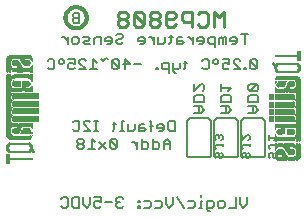
<source format=gbr>
G04 EAGLE Gerber RS-274X export*
G75*
%MOMM*%
%FSLAX34Y34*%
%LPD*%
%INSilkscreen Bottom*%
%IPPOS*%
%AMOC8*
5,1,8,0,0,1.08239X$1,22.5*%
G01*
%ADD10C,0.228600*%
%ADD11C,0.152400*%
%ADD12C,0.127000*%
%ADD13C,0.304800*%
%ADD14C,0.203200*%
%ADD15R,0.022863X0.462278*%
%ADD16R,0.022863X0.462281*%
%ADD17R,0.022863X0.436881*%
%ADD18R,0.023113X0.462278*%
%ADD19R,0.023113X0.462281*%
%ADD20R,0.023113X0.436881*%
%ADD21R,0.023116X0.462278*%
%ADD22R,0.023116X0.462281*%
%ADD23R,0.023116X0.436881*%
%ADD24R,0.023113X0.022863*%
%ADD25R,0.023116X0.091441*%
%ADD26R,0.023113X0.139700*%
%ADD27R,0.023116X0.185419*%
%ADD28R,0.023113X0.254000*%
%ADD29R,0.023113X0.299719*%
%ADD30R,0.023116X0.345438*%
%ADD31R,0.023113X0.391159*%
%ADD32R,0.023116X0.393700*%
%ADD33R,0.022863X0.325119*%
%ADD34R,0.022863X0.599438*%
%ADD35R,0.022863X0.622300*%
%ADD36R,0.022863X0.530859*%
%ADD37R,0.022863X0.439422*%
%ADD38R,0.022863X0.231138*%
%ADD39R,0.022863X0.071119*%
%ADD40R,0.022863X0.533400*%
%ADD41R,0.022863X0.208281*%
%ADD42R,0.023113X0.345441*%
%ADD43R,0.023113X0.576578*%
%ADD44R,0.023113X0.599438*%
%ADD45R,0.023113X0.508000*%
%ADD46R,0.023113X0.416563*%
%ADD47R,0.023113X0.208278*%
%ADD48R,0.023113X0.553722*%
%ADD49R,0.023113X0.208281*%
%ADD50R,0.023116X0.345441*%
%ADD51R,0.023116X0.530859*%
%ADD52R,0.023116X0.370841*%
%ADD53R,0.023116X0.162559*%
%ADD54R,0.023116X0.576581*%
%ADD55R,0.023116X0.208281*%
%ADD56R,0.023113X0.322578*%
%ADD57R,0.023113X0.485137*%
%ADD58R,0.023113X0.416559*%
%ADD59R,0.023113X0.347981*%
%ADD60R,0.023113X0.116838*%
%ADD61R,0.023113X0.647700*%
%ADD62R,0.023116X0.322581*%
%ADD63R,0.023116X0.485137*%
%ADD64R,0.023116X0.093978*%
%ADD65R,0.023116X0.231141*%
%ADD66R,0.023116X0.693419*%
%ADD67R,0.023113X0.322581*%
%ADD68R,0.023113X0.439419*%
%ADD69R,0.023113X0.370841*%
%ADD70R,0.023113X0.299722*%
%ADD71R,0.023113X0.045719*%
%ADD72R,0.023113X0.739138*%
%ADD73R,0.023113X0.414019*%
%ADD74R,0.023113X0.347978*%
%ADD75R,0.023113X0.762000*%
%ADD76R,0.023116X0.414019*%
%ADD77R,0.023116X0.182881*%
%ADD78R,0.023116X0.347978*%
%ADD79R,0.023116X0.276863*%
%ADD80R,0.023116X0.116841*%
%ADD81R,0.023116X0.276859*%
%ADD82R,0.023116X0.784863*%
%ADD83R,0.023113X0.325119*%
%ADD84R,0.023113X0.276863*%
%ADD85R,0.023113X0.276859*%
%ADD86R,0.023116X0.325119*%
%ADD87R,0.023116X0.391159*%
%ADD88R,0.023116X0.302259*%
%ADD89R,0.023116X0.254000*%
%ADD90R,0.023113X0.302259*%
%ADD91R,0.023113X0.393700*%
%ADD92R,0.023113X0.231141*%
%ADD93R,0.022863X0.302259*%
%ADD94R,0.022863X0.439419*%
%ADD95R,0.022863X0.368300*%
%ADD96R,0.022863X0.391159*%
%ADD97R,0.022863X0.416559*%
%ADD98R,0.022863X0.276863*%
%ADD99R,0.022863X0.205741*%
%ADD100R,0.023113X0.368300*%
%ADD101R,0.023113X0.205741*%
%ADD102R,0.023116X0.368300*%
%ADD103R,0.023116X0.205741*%
%ADD104R,0.023113X0.182881*%
%ADD105R,0.022863X0.276859*%
%ADD106R,0.022863X0.182881*%
%ADD107R,0.023113X0.924559*%
%ADD108R,0.023116X0.924559*%
%ADD109R,0.023113X0.901700*%
%ADD110R,0.023116X0.901700*%
%ADD111R,0.023113X0.878841*%
%ADD112R,0.023116X0.855981*%
%ADD113R,0.023113X0.833119*%
%ADD114R,0.022863X0.787400*%
%ADD115R,0.022863X0.414019*%
%ADD116R,0.022863X0.924559*%
%ADD117R,0.023113X0.739141*%
%ADD118R,0.023116X0.716281*%
%ADD119R,0.023116X0.299722*%
%ADD120R,0.023113X0.670559*%
%ADD121R,0.023116X0.647700*%
%ADD122R,0.023116X0.508000*%
%ADD123R,0.023116X0.299719*%
%ADD124R,0.023113X0.601981*%
%ADD125R,0.023113X0.530859*%
%ADD126R,0.023113X0.231138*%
%ADD127R,0.023113X0.556259*%
%ADD128R,0.023113X0.185419*%
%ADD129R,0.023116X0.533400*%
%ADD130R,0.023116X0.599438*%
%ADD131R,0.023116X0.416563*%
%ADD132R,0.023116X0.116838*%
%ADD133R,0.023113X0.485141*%
%ADD134R,0.023113X0.645159*%
%ADD135R,0.023113X0.716278*%
%ADD136R,0.022863X0.393700*%
%ADD137R,0.022863X0.762000*%
%ADD138R,0.022863X0.624841*%
%ADD139R,0.023113X0.784859*%
%ADD140R,0.023113X0.693422*%
%ADD141R,0.023116X0.830578*%
%ADD142R,0.023116X0.739141*%
%ADD143R,0.023113X0.876300*%
%ADD144R,0.023113X0.807722*%
%ADD145R,0.023116X0.899159*%
%ADD146R,0.023116X0.878841*%
%ADD147R,0.023113X0.922019*%
%ADD148R,0.023113X0.947419*%
%ADD149R,0.023116X0.970278*%
%ADD150R,0.023113X0.970278*%
%ADD151R,0.023116X0.439419*%
%ADD152R,0.022863X0.299722*%
%ADD153R,0.023116X0.416559*%
%ADD154R,0.023116X0.347981*%
%ADD155R,0.023113X0.137159*%
%ADD156R,0.023113X0.093978*%
%ADD157R,0.023113X0.091441*%
%ADD158R,0.023113X0.093981*%
%ADD159R,0.023113X0.114300*%
%ADD160R,0.023116X0.045719*%
%ADD161R,0.023116X0.045722*%
%ADD162R,0.023113X0.071119*%
%ADD163R,0.023113X0.116841*%
%ADD164R,0.023116X0.139700*%
%ADD165R,0.022863X0.322581*%
%ADD166R,0.022863X0.345441*%
%ADD167R,0.022863X0.162559*%
%ADD168R,0.022863X0.576581*%
%ADD169R,0.023113X0.668019*%
%ADD170R,0.023113X0.533400*%
%ADD171R,0.023116X1.455419*%
%ADD172R,0.023116X5.519419*%
%ADD173R,0.023113X1.455419*%
%ADD174R,0.023113X5.519419*%
%ADD175R,0.023116X5.494019*%
%ADD176R,0.023113X1.430019*%
%ADD177R,0.023113X5.494019*%
%ADD178R,0.023116X1.430019*%
%ADD179R,0.023116X5.471159*%
%ADD180R,0.023116X0.762000*%
%ADD181R,0.023113X1.407159*%
%ADD182R,0.023113X5.471159*%
%ADD183R,0.022863X1.384300*%
%ADD184R,0.022863X5.448300*%
%ADD185R,0.022863X0.716278*%
%ADD186R,0.022863X0.878841*%
%ADD187R,0.023113X1.361438*%
%ADD188R,0.023113X5.425438*%
%ADD189R,0.023116X1.338578*%
%ADD190R,0.023116X5.402578*%
%ADD191R,0.023116X0.624841*%
%ADD192R,0.023113X1.292859*%
%ADD193R,0.023113X5.356859*%
%ADD194R,0.023116X1.224278*%
%ADD195R,0.023116X5.288278*%


D10*
X186035Y157607D02*
X186035Y170064D01*
X181882Y165911D01*
X177730Y170064D01*
X177730Y157607D01*
X166241Y170064D02*
X164165Y167988D01*
X166241Y170064D02*
X170393Y170064D01*
X172470Y167988D01*
X172470Y159683D01*
X170393Y157607D01*
X166241Y157607D01*
X164165Y159683D01*
X158905Y157607D02*
X158905Y170064D01*
X152676Y170064D01*
X150600Y167988D01*
X150600Y163835D01*
X152676Y161759D01*
X158905Y161759D01*
X145340Y159683D02*
X143263Y157607D01*
X139111Y157607D01*
X137035Y159683D01*
X137035Y167988D01*
X139111Y170064D01*
X143263Y170064D01*
X145340Y167988D01*
X145340Y165911D01*
X143263Y163835D01*
X137035Y163835D01*
X131774Y167988D02*
X129698Y170064D01*
X125546Y170064D01*
X123470Y167988D01*
X123470Y165911D01*
X125546Y163835D01*
X123470Y161759D01*
X123470Y159683D01*
X125546Y157607D01*
X129698Y157607D01*
X131774Y159683D01*
X131774Y161759D01*
X129698Y163835D01*
X131774Y165911D01*
X131774Y167988D01*
X129698Y163835D02*
X125546Y163835D01*
X118209Y159683D02*
X118209Y167988D01*
X116133Y170064D01*
X111981Y170064D01*
X109905Y167988D01*
X109905Y159683D01*
X111981Y157607D01*
X116133Y157607D01*
X118209Y159683D01*
X109905Y167988D01*
X104644Y167988D02*
X102568Y170064D01*
X98416Y170064D01*
X96340Y167988D01*
X96340Y165911D01*
X98416Y163835D01*
X96340Y161759D01*
X96340Y159683D01*
X98416Y157607D01*
X102568Y157607D01*
X104644Y159683D01*
X104644Y161759D01*
X102568Y163835D01*
X104644Y165911D01*
X104644Y167988D01*
X102568Y163835D02*
X98416Y163835D01*
D11*
X203656Y151645D02*
X203656Y143002D01*
X206537Y151645D02*
X200775Y151645D01*
X195741Y143002D02*
X192860Y143002D01*
X195741Y143002D02*
X197182Y144443D01*
X197182Y147324D01*
X195741Y148764D01*
X192860Y148764D01*
X191419Y147324D01*
X191419Y145883D01*
X197182Y145883D01*
X187826Y143002D02*
X187826Y148764D01*
X186386Y148764D01*
X184945Y147324D01*
X184945Y143002D01*
X184945Y147324D02*
X183505Y148764D01*
X182064Y147324D01*
X182064Y143002D01*
X178471Y140121D02*
X178471Y148764D01*
X174150Y148764D01*
X172709Y147324D01*
X172709Y144443D01*
X174150Y143002D01*
X178471Y143002D01*
X167675Y143002D02*
X164794Y143002D01*
X167675Y143002D02*
X169116Y144443D01*
X169116Y147324D01*
X167675Y148764D01*
X164794Y148764D01*
X163354Y147324D01*
X163354Y145883D01*
X169116Y145883D01*
X159761Y143002D02*
X159761Y148764D01*
X159761Y145883D02*
X156880Y148764D01*
X155439Y148764D01*
X150524Y148764D02*
X147643Y148764D01*
X146203Y147324D01*
X146203Y143002D01*
X150524Y143002D01*
X151965Y144443D01*
X150524Y145883D01*
X146203Y145883D01*
X141169Y144443D02*
X141169Y150205D01*
X141169Y144443D02*
X139729Y143002D01*
X139729Y148764D02*
X142610Y148764D01*
X136373Y148764D02*
X136373Y144443D01*
X134932Y143002D01*
X130611Y143002D01*
X130611Y148764D01*
X127018Y148764D02*
X127018Y143002D01*
X127018Y145883D02*
X124137Y148764D01*
X122696Y148764D01*
X117781Y143002D02*
X114900Y143002D01*
X117781Y143002D02*
X119222Y144443D01*
X119222Y147324D01*
X117781Y148764D01*
X114900Y148764D01*
X113459Y147324D01*
X113459Y145883D01*
X119222Y145883D01*
X96190Y151645D02*
X94749Y150205D01*
X96190Y151645D02*
X99071Y151645D01*
X100511Y150205D01*
X100511Y148764D01*
X99071Y147324D01*
X96190Y147324D01*
X94749Y145883D01*
X94749Y144443D01*
X96190Y143002D01*
X99071Y143002D01*
X100511Y144443D01*
X89716Y143002D02*
X86834Y143002D01*
X89716Y143002D02*
X91156Y144443D01*
X91156Y147324D01*
X89716Y148764D01*
X86834Y148764D01*
X85394Y147324D01*
X85394Y145883D01*
X91156Y145883D01*
X81801Y143002D02*
X81801Y148764D01*
X77479Y148764D01*
X76039Y147324D01*
X76039Y143002D01*
X72446Y143002D02*
X68124Y143002D01*
X66684Y144443D01*
X68124Y145883D01*
X71005Y145883D01*
X72446Y147324D01*
X71005Y148764D01*
X66684Y148764D01*
X61650Y143002D02*
X58769Y143002D01*
X57328Y144443D01*
X57328Y147324D01*
X58769Y148764D01*
X61650Y148764D01*
X63091Y147324D01*
X63091Y144443D01*
X61650Y143002D01*
X53735Y143002D02*
X53735Y148764D01*
X53735Y145883D02*
X50854Y148764D01*
X49414Y148764D01*
D12*
X205394Y13343D02*
X205394Y7411D01*
X202428Y4445D01*
X199462Y7411D01*
X199462Y13343D01*
X196039Y13343D02*
X196039Y4445D01*
X190107Y4445D01*
X185200Y4445D02*
X182235Y4445D01*
X180752Y5928D01*
X180752Y8894D01*
X182235Y10377D01*
X185200Y10377D01*
X186683Y8894D01*
X186683Y5928D01*
X185200Y4445D01*
X174362Y1479D02*
X172879Y1479D01*
X171396Y2962D01*
X171396Y10377D01*
X175845Y10377D01*
X177328Y8894D01*
X177328Y5928D01*
X175845Y4445D01*
X171396Y4445D01*
X167973Y10377D02*
X166490Y10377D01*
X166490Y4445D01*
X167973Y4445D02*
X165007Y4445D01*
X166490Y13343D02*
X166490Y14826D01*
X160253Y10377D02*
X155805Y10377D01*
X160253Y10377D02*
X161736Y8894D01*
X161736Y5928D01*
X160253Y4445D01*
X155805Y4445D01*
X152381Y4445D02*
X146449Y13343D01*
X143026Y13343D02*
X143026Y7411D01*
X140060Y4445D01*
X137094Y7411D01*
X137094Y13343D01*
X132188Y10377D02*
X127739Y10377D01*
X132188Y10377D02*
X133671Y8894D01*
X133671Y5928D01*
X132188Y4445D01*
X127739Y4445D01*
X122833Y10377D02*
X118384Y10377D01*
X122833Y10377D02*
X124315Y8894D01*
X124315Y5928D01*
X122833Y4445D01*
X118384Y4445D01*
X114960Y10377D02*
X113477Y10377D01*
X113477Y8894D01*
X114960Y8894D01*
X114960Y10377D01*
X114960Y5928D02*
X113477Y5928D01*
X113477Y4445D01*
X114960Y4445D01*
X114960Y5928D01*
X100928Y11860D02*
X99445Y13343D01*
X96479Y13343D01*
X94996Y11860D01*
X94996Y10377D01*
X96479Y8894D01*
X97962Y8894D01*
X96479Y8894D02*
X94996Y7411D01*
X94996Y5928D01*
X96479Y4445D01*
X99445Y4445D01*
X100928Y5928D01*
X91572Y8894D02*
X85641Y8894D01*
X82217Y13343D02*
X76285Y13343D01*
X82217Y13343D02*
X82217Y8894D01*
X79251Y10377D01*
X77768Y10377D01*
X76285Y8894D01*
X76285Y5928D01*
X77768Y4445D01*
X80734Y4445D01*
X82217Y5928D01*
X72862Y7411D02*
X72862Y13343D01*
X72862Y7411D02*
X69896Y4445D01*
X66930Y7411D01*
X66930Y13343D01*
X63507Y13343D02*
X63507Y4445D01*
X59058Y4445D01*
X57575Y5928D01*
X57575Y11860D01*
X59058Y13343D01*
X63507Y13343D01*
X49703Y13343D02*
X48220Y11860D01*
X49703Y13343D02*
X52669Y13343D01*
X54152Y11860D01*
X54152Y5928D01*
X52669Y4445D01*
X49703Y4445D01*
X48220Y5928D01*
X206375Y84392D02*
X212307Y84392D01*
X215273Y87358D01*
X212307Y90324D01*
X206375Y90324D01*
X210824Y90324D02*
X210824Y84392D01*
X215273Y93747D02*
X206375Y93747D01*
X206375Y98196D01*
X207858Y99679D01*
X213790Y99679D01*
X215273Y98196D01*
X215273Y93747D01*
X213790Y103103D02*
X207858Y103103D01*
X213790Y103103D02*
X215273Y104586D01*
X215273Y107551D01*
X213790Y109034D01*
X207858Y109034D01*
X206375Y107551D01*
X206375Y104586D01*
X207858Y103103D01*
X213790Y109034D01*
X189447Y84392D02*
X183515Y84392D01*
X189447Y84392D02*
X192413Y87358D01*
X189447Y90324D01*
X183515Y90324D01*
X187964Y90324D02*
X187964Y84392D01*
X192413Y93747D02*
X183515Y93747D01*
X183515Y98196D01*
X184998Y99679D01*
X190930Y99679D01*
X192413Y98196D01*
X192413Y93747D01*
X189447Y103103D02*
X192413Y106068D01*
X183515Y106068D01*
X183515Y103103D02*
X183515Y109034D01*
X166587Y84392D02*
X160655Y84392D01*
X166587Y84392D02*
X169553Y87358D01*
X166587Y90324D01*
X160655Y90324D01*
X165104Y90324D02*
X165104Y84392D01*
X169553Y93747D02*
X160655Y93747D01*
X160655Y98196D01*
X162138Y99679D01*
X168070Y99679D01*
X169553Y98196D01*
X169553Y93747D01*
X160655Y103103D02*
X160655Y109034D01*
X160655Y103103D02*
X166587Y109034D01*
X168070Y109034D01*
X169553Y107551D01*
X169553Y104586D01*
X168070Y103103D01*
D11*
X144785Y77985D02*
X144785Y69342D01*
X140463Y69342D01*
X139023Y70783D01*
X139023Y76545D01*
X140463Y77985D01*
X144785Y77985D01*
X133989Y69342D02*
X131108Y69342D01*
X133989Y69342D02*
X135430Y70783D01*
X135430Y73664D01*
X133989Y75104D01*
X131108Y75104D01*
X129667Y73664D01*
X129667Y72223D01*
X135430Y72223D01*
X124634Y69342D02*
X124634Y76545D01*
X123193Y77985D01*
X123193Y73664D02*
X126074Y73664D01*
X118397Y75104D02*
X115516Y75104D01*
X114075Y73664D01*
X114075Y69342D01*
X118397Y69342D01*
X119838Y70783D01*
X118397Y72223D01*
X114075Y72223D01*
X110482Y70783D02*
X110482Y75104D01*
X110482Y70783D02*
X109042Y69342D01*
X104720Y69342D01*
X104720Y75104D01*
X101127Y77985D02*
X99687Y77985D01*
X99687Y69342D01*
X101127Y69342D02*
X98246Y69342D01*
X93450Y70783D02*
X93450Y76545D01*
X93450Y70783D02*
X92009Y69342D01*
X92009Y75104D02*
X94890Y75104D01*
X79298Y69342D02*
X76417Y69342D01*
X77858Y69342D02*
X77858Y77985D01*
X79298Y77985D02*
X76417Y77985D01*
X73062Y69342D02*
X67299Y69342D01*
X67299Y75104D02*
X73062Y69342D01*
X67299Y75104D02*
X67299Y76545D01*
X68740Y77985D01*
X71621Y77985D01*
X73062Y76545D01*
X59385Y77985D02*
X57944Y76545D01*
X59385Y77985D02*
X62266Y77985D01*
X63707Y76545D01*
X63707Y70783D01*
X62266Y69342D01*
X59385Y69342D01*
X57944Y70783D01*
X140887Y59864D02*
X140887Y54102D01*
X140887Y59864D02*
X138006Y62745D01*
X135125Y59864D01*
X135125Y54102D01*
X135125Y58424D02*
X140887Y58424D01*
X125769Y62745D02*
X125769Y54102D01*
X130091Y54102D01*
X131532Y55543D01*
X131532Y58424D01*
X130091Y59864D01*
X125769Y59864D01*
X116414Y62745D02*
X116414Y54102D01*
X120736Y54102D01*
X122176Y55543D01*
X122176Y58424D01*
X120736Y59864D01*
X116414Y59864D01*
X112821Y59864D02*
X112821Y54102D01*
X112821Y56983D02*
X109940Y59864D01*
X108500Y59864D01*
X95670Y61305D02*
X95670Y55543D01*
X95670Y61305D02*
X94230Y62745D01*
X91348Y62745D01*
X89908Y61305D01*
X89908Y55543D01*
X91348Y54102D01*
X94230Y54102D01*
X95670Y55543D01*
X89908Y61305D01*
X86315Y59864D02*
X80553Y54102D01*
X86315Y54102D02*
X80553Y59864D01*
X76960Y59864D02*
X74079Y62745D01*
X74079Y54102D01*
X76960Y54102D02*
X71197Y54102D01*
X67605Y61305D02*
X66164Y62745D01*
X63283Y62745D01*
X61842Y61305D01*
X61842Y59864D01*
X63283Y58424D01*
X61842Y56983D01*
X61842Y55543D01*
X63283Y54102D01*
X66164Y54102D01*
X67605Y55543D01*
X67605Y56983D01*
X66164Y58424D01*
X67605Y59864D01*
X67605Y61305D01*
X66164Y58424D02*
X63283Y58424D01*
X214132Y122853D02*
X214132Y128615D01*
X212691Y130055D01*
X209810Y130055D01*
X208369Y128615D01*
X208369Y122853D01*
X209810Y121412D01*
X212691Y121412D01*
X214132Y122853D01*
X208369Y128615D01*
X204776Y122853D02*
X204776Y121412D01*
X204776Y122853D02*
X203336Y122853D01*
X203336Y121412D01*
X204776Y121412D01*
X200099Y121412D02*
X194337Y121412D01*
X200099Y121412D02*
X194337Y127174D01*
X194337Y128615D01*
X195777Y130055D01*
X198658Y130055D01*
X200099Y128615D01*
X190744Y130055D02*
X184981Y130055D01*
X190744Y130055D02*
X190744Y125734D01*
X187862Y127174D01*
X186422Y127174D01*
X184981Y125734D01*
X184981Y122853D01*
X186422Y121412D01*
X189303Y121412D01*
X190744Y122853D01*
X179948Y130055D02*
X178507Y130055D01*
X177067Y128615D01*
X177067Y127174D01*
X178507Y125734D01*
X179948Y125734D01*
X181388Y127174D01*
X181388Y128615D01*
X179948Y130055D01*
X169271Y130055D02*
X167830Y128615D01*
X169271Y130055D02*
X172152Y130055D01*
X173592Y128615D01*
X173592Y122853D01*
X172152Y121412D01*
X169271Y121412D01*
X167830Y122853D01*
X153441Y122853D02*
X153441Y128615D01*
X153441Y122853D02*
X152001Y121412D01*
X152001Y127174D02*
X154882Y127174D01*
X148645Y127174D02*
X148645Y122853D01*
X147205Y121412D01*
X142883Y121412D01*
X142883Y119971D02*
X142883Y127174D01*
X142883Y119971D02*
X144324Y118531D01*
X145764Y118531D01*
X139290Y118531D02*
X139290Y127174D01*
X134968Y127174D01*
X133528Y125734D01*
X133528Y122853D01*
X134968Y121412D01*
X139290Y121412D01*
X129935Y121412D02*
X129935Y122853D01*
X128494Y122853D01*
X128494Y121412D01*
X129935Y121412D01*
X115902Y125734D02*
X110140Y125734D01*
X102225Y130055D02*
X102225Y121412D01*
X106547Y125734D02*
X102225Y130055D01*
X100785Y125734D02*
X106547Y125734D01*
X97192Y122853D02*
X97192Y128615D01*
X95751Y130055D01*
X92870Y130055D01*
X91429Y128615D01*
X91429Y122853D01*
X92870Y121412D01*
X95751Y121412D01*
X97192Y122853D01*
X91429Y128615D01*
X87837Y130055D02*
X86396Y131496D01*
X83515Y128615D01*
X82074Y130055D01*
X78481Y127174D02*
X75600Y130055D01*
X75600Y121412D01*
X78481Y121412D02*
X72719Y121412D01*
X69126Y121412D02*
X63364Y121412D01*
X69126Y121412D02*
X63364Y127174D01*
X63364Y128615D01*
X64804Y130055D01*
X67686Y130055D01*
X69126Y128615D01*
X59771Y130055D02*
X54009Y130055D01*
X59771Y130055D02*
X59771Y125734D01*
X56890Y127174D01*
X55449Y127174D01*
X54009Y125734D01*
X54009Y122853D01*
X55449Y121412D01*
X58330Y121412D01*
X59771Y122853D01*
X48975Y130055D02*
X47535Y130055D01*
X46094Y128615D01*
X46094Y127174D01*
X47535Y125734D01*
X48975Y125734D01*
X50416Y127174D01*
X50416Y128615D01*
X48975Y130055D01*
X38298Y130055D02*
X36858Y128615D01*
X38298Y130055D02*
X41179Y130055D01*
X42620Y128615D01*
X42620Y122853D01*
X41179Y121412D01*
X38298Y121412D01*
X36858Y122853D01*
D13*
X51980Y165100D02*
X51983Y165320D01*
X51991Y165541D01*
X52004Y165761D01*
X52023Y165980D01*
X52048Y166199D01*
X52077Y166418D01*
X52112Y166635D01*
X52153Y166852D01*
X52198Y167068D01*
X52249Y167282D01*
X52305Y167495D01*
X52367Y167707D01*
X52433Y167917D01*
X52505Y168125D01*
X52582Y168332D01*
X52664Y168536D01*
X52750Y168739D01*
X52842Y168939D01*
X52939Y169138D01*
X53040Y169333D01*
X53147Y169526D01*
X53258Y169717D01*
X53373Y169904D01*
X53493Y170089D01*
X53618Y170271D01*
X53747Y170449D01*
X53881Y170625D01*
X54018Y170797D01*
X54160Y170965D01*
X54306Y171131D01*
X54456Y171292D01*
X54610Y171450D01*
X54768Y171604D01*
X54929Y171754D01*
X55095Y171900D01*
X55263Y172042D01*
X55435Y172179D01*
X55611Y172313D01*
X55789Y172442D01*
X55971Y172567D01*
X56156Y172687D01*
X56343Y172802D01*
X56534Y172913D01*
X56727Y173020D01*
X56922Y173121D01*
X57121Y173218D01*
X57321Y173310D01*
X57524Y173396D01*
X57728Y173478D01*
X57935Y173555D01*
X58143Y173627D01*
X58353Y173693D01*
X58565Y173755D01*
X58778Y173811D01*
X58992Y173862D01*
X59208Y173907D01*
X59425Y173948D01*
X59642Y173983D01*
X59861Y174012D01*
X60080Y174037D01*
X60299Y174056D01*
X60519Y174069D01*
X60740Y174077D01*
X60960Y174080D01*
X61180Y174077D01*
X61401Y174069D01*
X61621Y174056D01*
X61840Y174037D01*
X62059Y174012D01*
X62278Y173983D01*
X62495Y173948D01*
X62712Y173907D01*
X62928Y173862D01*
X63142Y173811D01*
X63355Y173755D01*
X63567Y173693D01*
X63777Y173627D01*
X63985Y173555D01*
X64192Y173478D01*
X64396Y173396D01*
X64599Y173310D01*
X64799Y173218D01*
X64998Y173121D01*
X65193Y173020D01*
X65386Y172913D01*
X65577Y172802D01*
X65764Y172687D01*
X65949Y172567D01*
X66131Y172442D01*
X66309Y172313D01*
X66485Y172179D01*
X66657Y172042D01*
X66825Y171900D01*
X66991Y171754D01*
X67152Y171604D01*
X67310Y171450D01*
X67464Y171292D01*
X67614Y171131D01*
X67760Y170965D01*
X67902Y170797D01*
X68039Y170625D01*
X68173Y170449D01*
X68302Y170271D01*
X68427Y170089D01*
X68547Y169904D01*
X68662Y169717D01*
X68773Y169526D01*
X68880Y169333D01*
X68981Y169138D01*
X69078Y168939D01*
X69170Y168739D01*
X69256Y168536D01*
X69338Y168332D01*
X69415Y168125D01*
X69487Y167917D01*
X69553Y167707D01*
X69615Y167495D01*
X69671Y167282D01*
X69722Y167068D01*
X69767Y166852D01*
X69808Y166635D01*
X69843Y166418D01*
X69872Y166199D01*
X69897Y165980D01*
X69916Y165761D01*
X69929Y165541D01*
X69937Y165320D01*
X69940Y165100D01*
X69937Y164880D01*
X69929Y164659D01*
X69916Y164439D01*
X69897Y164220D01*
X69872Y164001D01*
X69843Y163782D01*
X69808Y163565D01*
X69767Y163348D01*
X69722Y163132D01*
X69671Y162918D01*
X69615Y162705D01*
X69553Y162493D01*
X69487Y162283D01*
X69415Y162075D01*
X69338Y161868D01*
X69256Y161664D01*
X69170Y161461D01*
X69078Y161261D01*
X68981Y161062D01*
X68880Y160867D01*
X68773Y160674D01*
X68662Y160483D01*
X68547Y160296D01*
X68427Y160111D01*
X68302Y159929D01*
X68173Y159751D01*
X68039Y159575D01*
X67902Y159403D01*
X67760Y159235D01*
X67614Y159069D01*
X67464Y158908D01*
X67310Y158750D01*
X67152Y158596D01*
X66991Y158446D01*
X66825Y158300D01*
X66657Y158158D01*
X66485Y158021D01*
X66309Y157887D01*
X66131Y157758D01*
X65949Y157633D01*
X65764Y157513D01*
X65577Y157398D01*
X65386Y157287D01*
X65193Y157180D01*
X64998Y157079D01*
X64799Y156982D01*
X64599Y156890D01*
X64396Y156804D01*
X64192Y156722D01*
X63985Y156645D01*
X63777Y156573D01*
X63567Y156507D01*
X63355Y156445D01*
X63142Y156389D01*
X62928Y156338D01*
X62712Y156293D01*
X62495Y156252D01*
X62278Y156217D01*
X62059Y156188D01*
X61840Y156163D01*
X61621Y156144D01*
X61401Y156131D01*
X61180Y156123D01*
X60960Y156120D01*
X60740Y156123D01*
X60519Y156131D01*
X60299Y156144D01*
X60080Y156163D01*
X59861Y156188D01*
X59642Y156217D01*
X59425Y156252D01*
X59208Y156293D01*
X58992Y156338D01*
X58778Y156389D01*
X58565Y156445D01*
X58353Y156507D01*
X58143Y156573D01*
X57935Y156645D01*
X57728Y156722D01*
X57524Y156804D01*
X57321Y156890D01*
X57121Y156982D01*
X56922Y157079D01*
X56727Y157180D01*
X56534Y157287D01*
X56343Y157398D01*
X56156Y157513D01*
X55971Y157633D01*
X55789Y157758D01*
X55611Y157887D01*
X55435Y158021D01*
X55263Y158158D01*
X55095Y158300D01*
X54929Y158446D01*
X54768Y158596D01*
X54610Y158750D01*
X54456Y158908D01*
X54306Y159069D01*
X54160Y159235D01*
X54018Y159403D01*
X53881Y159575D01*
X53747Y159751D01*
X53618Y159929D01*
X53493Y160111D01*
X53373Y160296D01*
X53258Y160483D01*
X53147Y160674D01*
X53040Y160867D01*
X52939Y161062D01*
X52842Y161261D01*
X52750Y161461D01*
X52664Y161664D01*
X52582Y161868D01*
X52505Y162075D01*
X52433Y162283D01*
X52367Y162493D01*
X52305Y162705D01*
X52249Y162918D01*
X52198Y163132D01*
X52153Y163348D01*
X52112Y163565D01*
X52077Y163782D01*
X52048Y164001D01*
X52023Y164220D01*
X52004Y164439D01*
X51991Y164659D01*
X51983Y164880D01*
X51980Y165100D01*
D14*
X63500Y161036D02*
X63500Y169171D01*
X59433Y169171D01*
X58077Y167815D01*
X58077Y166459D01*
X59433Y165103D01*
X58077Y163748D01*
X58077Y162392D01*
X59433Y161036D01*
X63500Y161036D01*
X63500Y165103D02*
X59433Y165103D01*
D15*
X224790Y79197D03*
D16*
X224790Y85446D03*
X224790Y91669D03*
D17*
X224790Y98019D03*
D18*
X225020Y79197D03*
D19*
X225020Y85446D03*
X225020Y91669D03*
D20*
X225020Y98019D03*
D21*
X225251Y79197D03*
D22*
X225251Y85446D03*
X225251Y91669D03*
D23*
X225251Y98019D03*
D18*
X225482Y79197D03*
D19*
X225482Y85446D03*
X225482Y91669D03*
D20*
X225482Y98019D03*
D21*
X225713Y79197D03*
D22*
X225713Y85446D03*
X225713Y91669D03*
D23*
X225713Y98019D03*
D18*
X225944Y79197D03*
D19*
X225944Y85446D03*
X225944Y91669D03*
D20*
X225944Y98019D03*
D18*
X226176Y79197D03*
D19*
X226176Y85446D03*
X226176Y91669D03*
D20*
X226176Y98019D03*
D21*
X226407Y79197D03*
D22*
X226407Y85446D03*
X226407Y91669D03*
D23*
X226407Y98019D03*
D18*
X226638Y79197D03*
D19*
X226638Y85446D03*
X226638Y91669D03*
D20*
X226638Y98019D03*
D21*
X226869Y79197D03*
D22*
X226869Y85446D03*
X226869Y91669D03*
D23*
X226869Y98019D03*
D18*
X227100Y79197D03*
D19*
X227100Y85446D03*
X227100Y91669D03*
D20*
X227100Y98019D03*
D15*
X227330Y79197D03*
D16*
X227330Y85446D03*
X227330Y91669D03*
D17*
X227330Y98019D03*
D18*
X227560Y79197D03*
D19*
X227560Y85446D03*
X227560Y91669D03*
D20*
X227560Y98019D03*
D24*
X227560Y126429D03*
D21*
X227791Y79197D03*
D22*
X227791Y85446D03*
X227791Y91669D03*
D23*
X227791Y98019D03*
D25*
X227791Y126314D03*
D18*
X228022Y79197D03*
D19*
X228022Y85446D03*
X228022Y91669D03*
D20*
X228022Y98019D03*
D26*
X228022Y126073D03*
D21*
X228253Y79197D03*
D22*
X228253Y85446D03*
X228253Y91669D03*
D23*
X228253Y98019D03*
D27*
X228253Y126073D03*
D18*
X228484Y79197D03*
D19*
X228484Y85446D03*
X228484Y91669D03*
D20*
X228484Y98019D03*
D28*
X228484Y125959D03*
D18*
X228716Y79197D03*
D19*
X228716Y85446D03*
X228716Y91669D03*
D20*
X228716Y98019D03*
D29*
X228716Y125730D03*
D21*
X228947Y79197D03*
D22*
X228947Y85446D03*
X228947Y91669D03*
D23*
X228947Y98019D03*
D30*
X228947Y125730D03*
D31*
X229178Y125501D03*
D32*
X229409Y125032D03*
D18*
X229640Y124003D03*
D33*
X229870Y48031D03*
D34*
X229870Y55880D03*
D35*
X229870Y63614D03*
D36*
X229870Y72631D03*
D15*
X229870Y79197D03*
D16*
X229870Y85446D03*
X229870Y91669D03*
D17*
X229870Y98019D03*
D37*
X229870Y104254D03*
D38*
X229870Y109919D03*
D39*
X229870Y113030D03*
D40*
X229870Y123190D03*
D41*
X229870Y132436D03*
D42*
X230100Y47676D03*
D43*
X230100Y55994D03*
D44*
X230100Y63500D03*
D45*
X230100Y72746D03*
D18*
X230100Y79197D03*
D19*
X230100Y85446D03*
X230100Y91669D03*
D20*
X230100Y98019D03*
D46*
X230100Y104140D03*
D47*
X230100Y110033D03*
D26*
X230100Y113373D03*
D48*
X230100Y122606D03*
D49*
X230100Y132436D03*
D50*
X230331Y47219D03*
D51*
X230331Y56223D03*
X230331Y63157D03*
D21*
X230331Y72974D03*
X230331Y79197D03*
D22*
X230331Y85446D03*
X230331Y91669D03*
D23*
X230331Y98019D03*
D52*
X230331Y103911D03*
D53*
X230331Y110261D03*
D27*
X230331Y113602D03*
D54*
X230331Y122492D03*
D55*
X230331Y132436D03*
D56*
X230562Y46876D03*
D57*
X230562Y56452D03*
D45*
X230562Y63043D03*
D58*
X230562Y73203D03*
D18*
X230562Y79197D03*
D19*
X230562Y85446D03*
X230562Y91669D03*
D20*
X230562Y98019D03*
D59*
X230562Y103797D03*
D60*
X230562Y110490D03*
D47*
X230562Y113716D03*
D61*
X230562Y122619D03*
D49*
X230562Y132436D03*
D62*
X230793Y46647D03*
D21*
X230793Y56566D03*
D63*
X230793Y62929D03*
D32*
X230793Y73317D03*
D21*
X230793Y79197D03*
D22*
X230793Y85446D03*
X230793Y91669D03*
D23*
X230793Y98019D03*
D62*
X230793Y103670D03*
D64*
X230793Y110604D03*
D65*
X230793Y113830D03*
D66*
X230793Y122619D03*
D55*
X230793Y132436D03*
D67*
X231024Y46419D03*
D68*
X231024Y56680D03*
D18*
X231024Y62814D03*
D69*
X231024Y73431D03*
D18*
X231024Y79197D03*
D19*
X231024Y85446D03*
X231024Y91669D03*
D20*
X231024Y98019D03*
D70*
X231024Y103556D03*
D71*
X231024Y110846D03*
D28*
X231024Y113944D03*
D72*
X231024Y122619D03*
D49*
X231024Y132436D03*
D67*
X231256Y46190D03*
D73*
X231256Y56807D03*
D68*
X231256Y62700D03*
D74*
X231256Y73546D03*
D18*
X231256Y79197D03*
D19*
X231256Y85446D03*
X231256Y91669D03*
D20*
X231256Y98019D03*
D70*
X231256Y103556D03*
D28*
X231256Y113944D03*
D75*
X231256Y122504D03*
D49*
X231256Y132436D03*
D62*
X231487Y46190D03*
D65*
X231487Y51270D03*
D76*
X231487Y56807D03*
X231487Y62573D03*
D77*
X231487Y68351D03*
D78*
X231487Y73546D03*
D21*
X231487Y79197D03*
D22*
X231487Y85446D03*
X231487Y91669D03*
D23*
X231487Y98019D03*
D79*
X231487Y103442D03*
D80*
X231487Y108179D03*
D81*
X231487Y114059D03*
D82*
X231487Y122619D03*
D55*
X231487Y132436D03*
D83*
X231718Y45949D03*
D67*
X231718Y51270D03*
D31*
X231718Y56921D03*
D73*
X231718Y62573D03*
D83*
X231718Y68351D03*
X231718Y73660D03*
D18*
X231718Y79197D03*
D19*
X231718Y85446D03*
X231718Y91669D03*
D20*
X231718Y98019D03*
D84*
X231718Y103442D03*
D85*
X231718Y108293D03*
X231718Y114059D03*
D84*
X231718Y120079D03*
D85*
X231718Y125387D03*
D49*
X231718Y132436D03*
D86*
X231949Y45949D03*
D52*
X231949Y51257D03*
D87*
X231949Y56921D03*
D76*
X231949Y62573D03*
D52*
X231949Y68351D03*
D86*
X231949Y73660D03*
D21*
X231949Y79197D03*
D22*
X231949Y85446D03*
X231949Y91669D03*
D23*
X231949Y98019D03*
D79*
X231949Y103442D03*
D50*
X231949Y108407D03*
D88*
X231949Y114186D03*
D89*
X231949Y119736D03*
D65*
X231949Y125616D03*
D55*
X231949Y132436D03*
D83*
X232180Y45949D03*
D58*
X232180Y51257D03*
D31*
X232180Y56921D03*
X232180Y62459D03*
D58*
X232180Y68351D03*
D90*
X232180Y73774D03*
D18*
X232180Y79197D03*
D19*
X232180Y85446D03*
X232180Y91669D03*
D20*
X232180Y98019D03*
D84*
X232180Y103442D03*
D91*
X232180Y108649D03*
D90*
X232180Y114186D03*
D92*
X232180Y119621D03*
D49*
X232180Y125730D03*
X232180Y132436D03*
D93*
X232410Y45834D03*
D94*
X232410Y51143D03*
D95*
X232410Y57036D03*
D96*
X232410Y62459D03*
D97*
X232410Y68351D03*
D93*
X232410Y73774D03*
D15*
X232410Y79197D03*
D16*
X232410Y85446D03*
X232410Y91669D03*
D17*
X232410Y98019D03*
D98*
X232410Y103442D03*
D94*
X232410Y108649D03*
D93*
X232410Y114186D03*
D99*
X232410Y119494D03*
D41*
X232410Y125730D03*
X232410Y132436D03*
D90*
X232640Y45834D03*
D18*
X232640Y51257D03*
D100*
X232640Y57036D03*
D31*
X232640Y62459D03*
D19*
X232640Y68351D03*
D90*
X232640Y73774D03*
D18*
X232640Y79197D03*
D19*
X232640Y85446D03*
X232640Y91669D03*
D20*
X232640Y98019D03*
D84*
X232640Y103442D03*
D18*
X232640Y108763D03*
D90*
X232640Y114186D03*
D101*
X232640Y119494D03*
D49*
X232640Y125959D03*
X232640Y132436D03*
D88*
X232871Y45834D03*
D21*
X232871Y51257D03*
D102*
X232871Y57036D03*
D87*
X232871Y62459D03*
D22*
X232871Y68351D03*
D88*
X232871Y73774D03*
D21*
X232871Y79197D03*
D22*
X232871Y85446D03*
X232871Y91669D03*
D23*
X232871Y98019D03*
D79*
X232871Y103442D03*
D21*
X232871Y108763D03*
D88*
X232871Y114186D03*
D103*
X232871Y119494D03*
D55*
X232871Y125959D03*
X232871Y132436D03*
D90*
X233102Y45834D03*
D18*
X233102Y51257D03*
D100*
X233102Y57036D03*
X233102Y62344D03*
D19*
X233102Y68351D03*
D90*
X233102Y73774D03*
D18*
X233102Y79197D03*
D19*
X233102Y85446D03*
X233102Y91669D03*
D20*
X233102Y98019D03*
D84*
X233102Y103442D03*
D18*
X233102Y108763D03*
D90*
X233102Y114186D03*
D101*
X233102Y119494D03*
D49*
X233102Y125959D03*
X233102Y132436D03*
D88*
X233333Y45834D03*
D21*
X233333Y51257D03*
D102*
X233333Y57036D03*
X233333Y62344D03*
D22*
X233333Y68351D03*
D88*
X233333Y73774D03*
D21*
X233333Y79197D03*
D22*
X233333Y85446D03*
X233333Y91669D03*
D23*
X233333Y98019D03*
D79*
X233333Y103442D03*
D21*
X233333Y108763D03*
D88*
X233333Y114186D03*
D77*
X233333Y119380D03*
D55*
X233333Y125959D03*
X233333Y132436D03*
D90*
X233564Y45834D03*
D18*
X233564Y51257D03*
D100*
X233564Y57036D03*
X233564Y62344D03*
D19*
X233564Y68351D03*
D90*
X233564Y73774D03*
D18*
X233564Y79197D03*
D19*
X233564Y85446D03*
X233564Y91669D03*
D20*
X233564Y98019D03*
D84*
X233564Y103442D03*
D18*
X233564Y108763D03*
D90*
X233564Y114186D03*
D104*
X233564Y119380D03*
D49*
X233564Y125959D03*
X233564Y132436D03*
D90*
X233796Y45834D03*
D18*
X233796Y51257D03*
D100*
X233796Y57036D03*
X233796Y62344D03*
D19*
X233796Y68351D03*
D85*
X233796Y73901D03*
D18*
X233796Y79197D03*
D19*
X233796Y85446D03*
X233796Y91669D03*
D20*
X233796Y98019D03*
D84*
X233796Y103442D03*
D18*
X233796Y108763D03*
D90*
X233796Y114186D03*
D104*
X233796Y119380D03*
D49*
X233796Y125959D03*
X233796Y132436D03*
D88*
X234027Y45834D03*
D21*
X234027Y51257D03*
D102*
X234027Y57036D03*
X234027Y62344D03*
D22*
X234027Y68351D03*
D81*
X234027Y73901D03*
D21*
X234027Y79197D03*
D22*
X234027Y85446D03*
X234027Y91669D03*
D23*
X234027Y98019D03*
D79*
X234027Y103442D03*
D21*
X234027Y108763D03*
D88*
X234027Y114186D03*
D77*
X234027Y119380D03*
D55*
X234027Y125959D03*
X234027Y132436D03*
D90*
X234258Y45834D03*
D18*
X234258Y51257D03*
D100*
X234258Y57036D03*
X234258Y62344D03*
D19*
X234258Y68351D03*
D85*
X234258Y73901D03*
D18*
X234258Y79197D03*
D19*
X234258Y85446D03*
X234258Y91669D03*
D20*
X234258Y98019D03*
D84*
X234258Y103442D03*
D18*
X234258Y108763D03*
D90*
X234258Y114186D03*
D104*
X234258Y119380D03*
D49*
X234258Y125959D03*
X234258Y132436D03*
D88*
X234489Y45834D03*
D21*
X234489Y51257D03*
D102*
X234489Y57036D03*
X234489Y62344D03*
D22*
X234489Y68351D03*
D81*
X234489Y73901D03*
D21*
X234489Y79197D03*
D22*
X234489Y85446D03*
X234489Y91669D03*
D23*
X234489Y98019D03*
D79*
X234489Y103442D03*
D21*
X234489Y108763D03*
D88*
X234489Y114186D03*
D77*
X234489Y119380D03*
D55*
X234489Y125959D03*
X234489Y132436D03*
D90*
X234720Y45834D03*
D18*
X234720Y51257D03*
D100*
X234720Y57036D03*
X234720Y62344D03*
D19*
X234720Y68351D03*
D85*
X234720Y73901D03*
D18*
X234720Y79197D03*
D19*
X234720Y85446D03*
X234720Y91669D03*
D20*
X234720Y98019D03*
D84*
X234720Y103442D03*
D18*
X234720Y108763D03*
D90*
X234720Y114186D03*
D104*
X234720Y119380D03*
D49*
X234720Y125959D03*
X234720Y132436D03*
D93*
X234950Y45834D03*
D15*
X234950Y51257D03*
D95*
X234950Y57036D03*
X234950Y62344D03*
D16*
X234950Y68351D03*
D105*
X234950Y73901D03*
D15*
X234950Y79197D03*
D16*
X234950Y85446D03*
X234950Y91669D03*
D17*
X234950Y98019D03*
D98*
X234950Y103442D03*
D15*
X234950Y108763D03*
D93*
X234950Y114186D03*
D106*
X234950Y119380D03*
D41*
X234950Y125959D03*
X234950Y132436D03*
D90*
X235180Y45834D03*
D18*
X235180Y51257D03*
D100*
X235180Y57036D03*
X235180Y62344D03*
D19*
X235180Y68351D03*
D85*
X235180Y73901D03*
D18*
X235180Y79197D03*
D19*
X235180Y85446D03*
X235180Y91669D03*
D20*
X235180Y98019D03*
D84*
X235180Y103442D03*
D18*
X235180Y108763D03*
D90*
X235180Y114186D03*
D104*
X235180Y119380D03*
D49*
X235180Y125959D03*
X235180Y132436D03*
D88*
X235411Y45834D03*
D21*
X235411Y51257D03*
D102*
X235411Y57036D03*
X235411Y62344D03*
D22*
X235411Y68351D03*
D81*
X235411Y73901D03*
D21*
X235411Y79197D03*
D22*
X235411Y85446D03*
X235411Y91669D03*
D23*
X235411Y98019D03*
D79*
X235411Y103442D03*
D21*
X235411Y108763D03*
D88*
X235411Y114186D03*
D77*
X235411Y119380D03*
D55*
X235411Y125959D03*
X235411Y132436D03*
D90*
X235642Y45834D03*
D18*
X235642Y51257D03*
D100*
X235642Y57036D03*
X235642Y62344D03*
D107*
X235642Y70663D03*
D18*
X235642Y79197D03*
D19*
X235642Y85446D03*
X235642Y91669D03*
D20*
X235642Y98019D03*
D84*
X235642Y103442D03*
D18*
X235642Y108763D03*
D90*
X235642Y114186D03*
D104*
X235642Y119380D03*
D49*
X235642Y125959D03*
X235642Y132436D03*
D88*
X235873Y45834D03*
D21*
X235873Y51257D03*
D102*
X235873Y57036D03*
X235873Y62344D03*
D108*
X235873Y70663D03*
D21*
X235873Y79197D03*
D22*
X235873Y85446D03*
X235873Y91669D03*
D23*
X235873Y98019D03*
D79*
X235873Y103442D03*
D21*
X235873Y108763D03*
D88*
X235873Y114186D03*
D77*
X235873Y119380D03*
D55*
X235873Y125959D03*
X235873Y132436D03*
D90*
X236104Y45834D03*
D68*
X236104Y51143D03*
D100*
X236104Y57036D03*
X236104Y62344D03*
D107*
X236104Y70663D03*
D18*
X236104Y79197D03*
D19*
X236104Y85446D03*
X236104Y91669D03*
D20*
X236104Y98019D03*
D84*
X236104Y103442D03*
D18*
X236104Y108763D03*
D90*
X236104Y114186D03*
D104*
X236104Y119380D03*
D49*
X236104Y125959D03*
X236104Y132436D03*
D109*
X236336Y48832D03*
D100*
X236336Y57036D03*
X236336Y62344D03*
D107*
X236336Y70663D03*
D18*
X236336Y79197D03*
D19*
X236336Y85446D03*
X236336Y91669D03*
D20*
X236336Y98019D03*
D84*
X236336Y103442D03*
D18*
X236336Y108763D03*
D90*
X236336Y114186D03*
D104*
X236336Y119380D03*
D49*
X236336Y125959D03*
X236336Y132436D03*
D110*
X236567Y48832D03*
D102*
X236567Y57036D03*
X236567Y62344D03*
D108*
X236567Y70663D03*
D21*
X236567Y79197D03*
D22*
X236567Y85446D03*
X236567Y91669D03*
D23*
X236567Y98019D03*
D79*
X236567Y103442D03*
D21*
X236567Y108763D03*
D88*
X236567Y114186D03*
D77*
X236567Y119380D03*
D55*
X236567Y125959D03*
X236567Y132436D03*
D111*
X236798Y48717D03*
D31*
X236798Y56921D03*
D100*
X236798Y62344D03*
D107*
X236798Y70663D03*
D18*
X236798Y79197D03*
D19*
X236798Y85446D03*
X236798Y91669D03*
D20*
X236798Y98019D03*
D84*
X236798Y103442D03*
D18*
X236798Y108763D03*
D90*
X236798Y114186D03*
D104*
X236798Y119380D03*
D49*
X236798Y125959D03*
X236798Y132436D03*
D112*
X237029Y48603D03*
D87*
X237029Y56921D03*
D102*
X237029Y62344D03*
D108*
X237029Y70663D03*
D21*
X237029Y79197D03*
D22*
X237029Y85446D03*
X237029Y91669D03*
D23*
X237029Y98019D03*
D79*
X237029Y103442D03*
D21*
X237029Y108763D03*
D88*
X237029Y114186D03*
D77*
X237029Y119380D03*
D55*
X237029Y125959D03*
X237029Y132436D03*
D113*
X237260Y48489D03*
D73*
X237260Y56807D03*
D100*
X237260Y62344D03*
D107*
X237260Y70663D03*
D18*
X237260Y79197D03*
D19*
X237260Y85446D03*
X237260Y91669D03*
D20*
X237260Y98019D03*
D84*
X237260Y103442D03*
D68*
X237260Y108877D03*
D90*
X237260Y114186D03*
D104*
X237260Y119380D03*
D49*
X237260Y125959D03*
X237260Y132436D03*
D114*
X237490Y48260D03*
D115*
X237490Y56807D03*
D95*
X237490Y62344D03*
D116*
X237490Y70663D03*
D15*
X237490Y79197D03*
D16*
X237490Y85446D03*
X237490Y91669D03*
D17*
X237490Y98019D03*
D98*
X237490Y103442D03*
D94*
X237490Y108877D03*
D93*
X237490Y114186D03*
D106*
X237490Y119380D03*
D41*
X237490Y125959D03*
X237490Y132436D03*
D117*
X237720Y48019D03*
D68*
X237720Y56680D03*
D100*
X237720Y62344D03*
D107*
X237720Y70663D03*
D18*
X237720Y79197D03*
D19*
X237720Y85446D03*
X237720Y91669D03*
D20*
X237720Y98019D03*
D70*
X237720Y103556D03*
D58*
X237720Y108991D03*
D90*
X237720Y114186D03*
D104*
X237720Y119380D03*
D49*
X237720Y125959D03*
X237720Y132436D03*
D118*
X237951Y47904D03*
D21*
X237951Y56566D03*
D102*
X237951Y62344D03*
D108*
X237951Y70663D03*
D21*
X237951Y79197D03*
D22*
X237951Y85446D03*
X237951Y91669D03*
D23*
X237951Y98019D03*
D119*
X237951Y103556D03*
D32*
X237951Y109106D03*
D88*
X237951Y114186D03*
D77*
X237951Y119380D03*
D55*
X237951Y125959D03*
X237951Y132436D03*
D120*
X238182Y47676D03*
D57*
X238182Y56452D03*
D100*
X238182Y62344D03*
D107*
X238182Y70663D03*
D18*
X238182Y79197D03*
D19*
X238182Y85446D03*
X238182Y91669D03*
D20*
X238182Y98019D03*
D67*
X238182Y103670D03*
D74*
X238182Y109334D03*
D90*
X238182Y114186D03*
D104*
X238182Y119380D03*
D49*
X238182Y125959D03*
X238182Y132436D03*
D121*
X238413Y47562D03*
D122*
X238413Y56337D03*
D102*
X238413Y62344D03*
D81*
X238413Y73901D03*
D21*
X238413Y79197D03*
D22*
X238413Y85446D03*
X238413Y91669D03*
D23*
X238413Y98019D03*
D62*
X238413Y103670D03*
D123*
X238413Y109576D03*
D88*
X238413Y114186D03*
D77*
X238413Y119380D03*
D55*
X238413Y125959D03*
X238413Y132436D03*
D124*
X238644Y47333D03*
D125*
X238644Y56223D03*
D100*
X238644Y62344D03*
D85*
X238644Y73901D03*
D18*
X238644Y79197D03*
D19*
X238644Y85446D03*
X238644Y91669D03*
D20*
X238644Y98019D03*
D59*
X238644Y103797D03*
D126*
X238644Y109919D03*
D90*
X238644Y114186D03*
D104*
X238644Y119380D03*
D49*
X238644Y125959D03*
X238644Y132436D03*
D127*
X238876Y47104D03*
D43*
X238876Y55994D03*
D100*
X238876Y62344D03*
D85*
X238876Y73901D03*
D18*
X238876Y79197D03*
D19*
X238876Y85446D03*
X238876Y91669D03*
D20*
X238876Y98019D03*
D69*
X238876Y103911D03*
D128*
X238876Y110147D03*
D90*
X238876Y114186D03*
D104*
X238876Y119380D03*
D49*
X238876Y125959D03*
X238876Y132436D03*
D129*
X239107Y46990D03*
D130*
X239107Y55880D03*
D102*
X239107Y62344D03*
D81*
X239107Y73901D03*
D21*
X239107Y79197D03*
D22*
X239107Y85446D03*
X239107Y91669D03*
D23*
X239107Y98019D03*
D131*
X239107Y104140D03*
D132*
X239107Y110490D03*
D88*
X239107Y114186D03*
D77*
X239107Y119380D03*
D55*
X239107Y125959D03*
X239107Y132436D03*
D133*
X239338Y46749D03*
D134*
X239338Y55651D03*
D100*
X239338Y62344D03*
D85*
X239338Y73901D03*
D18*
X239338Y79197D03*
D19*
X239338Y85446D03*
X239338Y91669D03*
D20*
X239338Y98019D03*
D19*
X239338Y104369D03*
D71*
X239338Y110846D03*
D90*
X239338Y114186D03*
D104*
X239338Y119380D03*
D49*
X239338Y125959D03*
X239338Y132436D03*
D22*
X239569Y46634D03*
D66*
X239569Y55410D03*
D102*
X239569Y62344D03*
D81*
X239569Y73901D03*
D21*
X239569Y79197D03*
D22*
X239569Y85446D03*
X239569Y91669D03*
D23*
X239569Y98019D03*
D122*
X239569Y104597D03*
D88*
X239569Y114186D03*
D77*
X239569Y119380D03*
D55*
X239569Y125959D03*
X239569Y132436D03*
D58*
X239800Y46406D03*
D135*
X239800Y55296D03*
D100*
X239800Y62344D03*
D85*
X239800Y73901D03*
D18*
X239800Y79197D03*
D19*
X239800Y85446D03*
X239800Y91669D03*
D20*
X239800Y98019D03*
D48*
X239800Y104826D03*
D90*
X239800Y114186D03*
D104*
X239800Y119380D03*
D49*
X239800Y125959D03*
X239800Y132436D03*
D136*
X240030Y46292D03*
D137*
X240030Y55067D03*
D95*
X240030Y62344D03*
D16*
X240030Y68351D03*
D105*
X240030Y73901D03*
D15*
X240030Y79197D03*
D16*
X240030Y85446D03*
X240030Y91669D03*
D17*
X240030Y98019D03*
D138*
X240030Y105181D03*
D93*
X240030Y114186D03*
D106*
X240030Y119380D03*
D41*
X240030Y125959D03*
X240030Y132436D03*
D69*
X240260Y46177D03*
D139*
X240260Y54953D03*
D100*
X240260Y62344D03*
D19*
X240260Y68351D03*
D85*
X240260Y73901D03*
D18*
X240260Y79197D03*
D19*
X240260Y85446D03*
X240260Y91669D03*
D20*
X240260Y98019D03*
D140*
X240260Y105524D03*
D90*
X240260Y114186D03*
D104*
X240260Y119380D03*
D49*
X240260Y125959D03*
X240260Y132436D03*
D52*
X240491Y46177D03*
D141*
X240491Y54724D03*
D102*
X240491Y62344D03*
D22*
X240491Y68351D03*
D81*
X240491Y73901D03*
D21*
X240491Y79197D03*
D22*
X240491Y85446D03*
X240491Y91669D03*
D23*
X240491Y98019D03*
D142*
X240491Y105753D03*
D88*
X240491Y114186D03*
D77*
X240491Y119380D03*
D55*
X240491Y125959D03*
X240491Y132436D03*
D59*
X240722Y46063D03*
D143*
X240722Y54496D03*
D100*
X240722Y62344D03*
D19*
X240722Y68351D03*
D85*
X240722Y73901D03*
D18*
X240722Y79197D03*
D19*
X240722Y85446D03*
X240722Y91669D03*
D20*
X240722Y98019D03*
D144*
X240722Y106096D03*
D90*
X240722Y114186D03*
D104*
X240722Y119380D03*
D49*
X240722Y125959D03*
X240722Y132436D03*
D86*
X240953Y45949D03*
D145*
X240953Y54381D03*
D102*
X240953Y62344D03*
D22*
X240953Y68351D03*
D81*
X240953Y73901D03*
D21*
X240953Y79197D03*
D22*
X240953Y85446D03*
X240953Y91669D03*
D23*
X240953Y98019D03*
D146*
X240953Y106451D03*
D88*
X240953Y114186D03*
D77*
X240953Y119380D03*
D55*
X240953Y125959D03*
X240953Y132436D03*
D83*
X241184Y45949D03*
D147*
X241184Y54267D03*
D100*
X241184Y62344D03*
D19*
X241184Y68351D03*
D85*
X241184Y73901D03*
D18*
X241184Y79197D03*
D19*
X241184Y85446D03*
X241184Y91669D03*
D20*
X241184Y98019D03*
D109*
X241184Y106566D03*
D90*
X241184Y114186D03*
D104*
X241184Y119380D03*
D49*
X241184Y125959D03*
X241184Y132436D03*
D83*
X241416Y45949D03*
D148*
X241416Y54140D03*
D100*
X241416Y62344D03*
D19*
X241416Y68351D03*
D85*
X241416Y73901D03*
D18*
X241416Y79197D03*
D19*
X241416Y85446D03*
X241416Y91669D03*
D20*
X241416Y98019D03*
D109*
X241416Y106566D03*
D90*
X241416Y114186D03*
D104*
X241416Y119380D03*
D49*
X241416Y125959D03*
X241416Y132436D03*
D88*
X241647Y45834D03*
D149*
X241647Y54026D03*
D102*
X241647Y62344D03*
D22*
X241647Y68351D03*
D81*
X241647Y73901D03*
D21*
X241647Y79197D03*
D22*
X241647Y85446D03*
X241647Y91669D03*
D23*
X241647Y98019D03*
D110*
X241647Y106566D03*
D88*
X241647Y114186D03*
D77*
X241647Y119380D03*
D55*
X241647Y125959D03*
X241647Y132436D03*
D90*
X241878Y45834D03*
D150*
X241878Y54026D03*
D100*
X241878Y62344D03*
D19*
X241878Y68351D03*
D85*
X241878Y73901D03*
D18*
X241878Y79197D03*
D19*
X241878Y85446D03*
X241878Y91669D03*
D20*
X241878Y98019D03*
D109*
X241878Y106566D03*
D90*
X241878Y114186D03*
D104*
X241878Y119380D03*
D49*
X241878Y125959D03*
X241878Y132436D03*
D88*
X242109Y45834D03*
D21*
X242109Y51257D03*
D102*
X242109Y57036D03*
X242109Y62344D03*
D22*
X242109Y68351D03*
D81*
X242109Y73901D03*
D21*
X242109Y79197D03*
D22*
X242109Y85446D03*
X242109Y91669D03*
D23*
X242109Y98019D03*
D110*
X242109Y106566D03*
D88*
X242109Y114186D03*
D77*
X242109Y119380D03*
D55*
X242109Y125959D03*
X242109Y132436D03*
D90*
X242340Y45834D03*
D18*
X242340Y51257D03*
D100*
X242340Y57036D03*
X242340Y62344D03*
D19*
X242340Y68351D03*
D85*
X242340Y73901D03*
D18*
X242340Y79197D03*
D19*
X242340Y85446D03*
X242340Y91669D03*
D20*
X242340Y98019D03*
D84*
X242340Y103442D03*
D68*
X242340Y108877D03*
D90*
X242340Y114186D03*
D104*
X242340Y119380D03*
D49*
X242340Y125959D03*
X242340Y132436D03*
D93*
X242570Y45834D03*
D15*
X242570Y51257D03*
D95*
X242570Y57036D03*
X242570Y62344D03*
D16*
X242570Y68351D03*
D105*
X242570Y73901D03*
D15*
X242570Y79197D03*
D16*
X242570Y85446D03*
X242570Y91669D03*
D17*
X242570Y98019D03*
D98*
X242570Y103442D03*
D94*
X242570Y108877D03*
D93*
X242570Y114186D03*
D106*
X242570Y119380D03*
D41*
X242570Y125959D03*
X242570Y132436D03*
D90*
X242800Y45834D03*
D18*
X242800Y51257D03*
D100*
X242800Y57036D03*
X242800Y62344D03*
D19*
X242800Y68351D03*
D85*
X242800Y73901D03*
D18*
X242800Y79197D03*
D19*
X242800Y85446D03*
X242800Y91669D03*
D20*
X242800Y98019D03*
D84*
X242800Y103442D03*
D68*
X242800Y108877D03*
D90*
X242800Y114186D03*
D104*
X242800Y119380D03*
D49*
X242800Y125959D03*
X242800Y132436D03*
D88*
X243031Y45834D03*
D21*
X243031Y51257D03*
D102*
X243031Y57036D03*
X243031Y62344D03*
D22*
X243031Y68351D03*
D81*
X243031Y73901D03*
D21*
X243031Y79197D03*
D22*
X243031Y85446D03*
X243031Y91669D03*
D23*
X243031Y98019D03*
D79*
X243031Y103442D03*
D151*
X243031Y108877D03*
D88*
X243031Y114186D03*
D77*
X243031Y119380D03*
D55*
X243031Y125959D03*
X243031Y132436D03*
D90*
X243262Y45834D03*
D18*
X243262Y51257D03*
D100*
X243262Y57036D03*
X243262Y62344D03*
D19*
X243262Y68351D03*
D85*
X243262Y73901D03*
D18*
X243262Y79197D03*
D19*
X243262Y85446D03*
X243262Y91669D03*
D20*
X243262Y98019D03*
D84*
X243262Y103442D03*
D68*
X243262Y108877D03*
D90*
X243262Y114186D03*
D104*
X243262Y119380D03*
D49*
X243262Y125959D03*
X243262Y132436D03*
D88*
X243493Y45834D03*
D21*
X243493Y51257D03*
D102*
X243493Y57036D03*
X243493Y62344D03*
D22*
X243493Y68351D03*
D81*
X243493Y73901D03*
D21*
X243493Y79197D03*
D22*
X243493Y85446D03*
X243493Y91669D03*
D23*
X243493Y98019D03*
D79*
X243493Y103442D03*
D151*
X243493Y108877D03*
D88*
X243493Y114186D03*
D77*
X243493Y119380D03*
D55*
X243493Y125959D03*
X243493Y132436D03*
D90*
X243724Y45834D03*
D18*
X243724Y51257D03*
D100*
X243724Y57036D03*
X243724Y62344D03*
D19*
X243724Y68351D03*
D85*
X243724Y73901D03*
D18*
X243724Y79197D03*
D19*
X243724Y85446D03*
X243724Y91669D03*
D20*
X243724Y98019D03*
D84*
X243724Y103442D03*
D68*
X243724Y108877D03*
D90*
X243724Y114186D03*
D104*
X243724Y119380D03*
D49*
X243724Y125959D03*
X243724Y132436D03*
D90*
X243956Y45834D03*
D18*
X243956Y51257D03*
D100*
X243956Y57036D03*
X243956Y62344D03*
D19*
X243956Y68351D03*
D85*
X243956Y73901D03*
D18*
X243956Y79197D03*
D19*
X243956Y85446D03*
X243956Y91669D03*
D20*
X243956Y98019D03*
D84*
X243956Y103442D03*
D68*
X243956Y108877D03*
D90*
X243956Y114186D03*
D104*
X243956Y119380D03*
D49*
X243956Y125959D03*
X243956Y132436D03*
D88*
X244187Y45834D03*
D21*
X244187Y51257D03*
D102*
X244187Y57036D03*
X244187Y62344D03*
D22*
X244187Y68351D03*
D81*
X244187Y73901D03*
D21*
X244187Y79197D03*
D22*
X244187Y85446D03*
X244187Y91669D03*
D23*
X244187Y98019D03*
D79*
X244187Y103442D03*
D151*
X244187Y108877D03*
D88*
X244187Y114186D03*
D77*
X244187Y119380D03*
D55*
X244187Y125959D03*
X244187Y132436D03*
D90*
X244418Y45834D03*
D18*
X244418Y51257D03*
D100*
X244418Y57036D03*
X244418Y62344D03*
D19*
X244418Y68351D03*
D90*
X244418Y73774D03*
D18*
X244418Y79197D03*
D19*
X244418Y85446D03*
X244418Y91669D03*
D20*
X244418Y98019D03*
D84*
X244418Y103442D03*
D68*
X244418Y108877D03*
D90*
X244418Y114186D03*
D104*
X244418Y119380D03*
D49*
X244418Y125959D03*
X244418Y132436D03*
D88*
X244649Y45834D03*
D21*
X244649Y51257D03*
D102*
X244649Y57036D03*
X244649Y62344D03*
D22*
X244649Y68351D03*
D88*
X244649Y73774D03*
D21*
X244649Y79197D03*
D22*
X244649Y85446D03*
X244649Y91669D03*
D23*
X244649Y98019D03*
D79*
X244649Y103442D03*
D151*
X244649Y108877D03*
D88*
X244649Y114186D03*
D77*
X244649Y119380D03*
D55*
X244649Y125959D03*
X244649Y132436D03*
D90*
X244880Y45834D03*
D18*
X244880Y51257D03*
D100*
X244880Y57036D03*
X244880Y62344D03*
D19*
X244880Y68351D03*
D90*
X244880Y73774D03*
D18*
X244880Y79197D03*
D19*
X244880Y85446D03*
X244880Y91669D03*
D20*
X244880Y98019D03*
D70*
X244880Y103556D03*
D68*
X244880Y108877D03*
D90*
X244880Y114186D03*
D104*
X244880Y119380D03*
D49*
X244880Y125959D03*
X244880Y132436D03*
D93*
X245110Y45834D03*
D15*
X245110Y51257D03*
D95*
X245110Y57036D03*
D96*
X245110Y62459D03*
D16*
X245110Y68351D03*
D93*
X245110Y73774D03*
D15*
X245110Y79197D03*
D16*
X245110Y85446D03*
X245110Y91669D03*
D17*
X245110Y98019D03*
D152*
X245110Y103556D03*
D94*
X245110Y108877D03*
D93*
X245110Y114186D03*
D106*
X245110Y119380D03*
D41*
X245110Y125959D03*
X245110Y132436D03*
D90*
X245340Y45834D03*
D68*
X245340Y51143D03*
D100*
X245340Y57036D03*
D31*
X245340Y62459D03*
D68*
X245340Y68237D03*
D90*
X245340Y73774D03*
D18*
X245340Y79197D03*
D19*
X245340Y85446D03*
X245340Y91669D03*
D20*
X245340Y98019D03*
D70*
X245340Y103556D03*
D58*
X245340Y108763D03*
D90*
X245340Y114186D03*
D104*
X245340Y119380D03*
D49*
X245340Y125959D03*
X245340Y132436D03*
D88*
X245571Y45834D03*
D153*
X245571Y51257D03*
D87*
X245571Y56921D03*
X245571Y62459D03*
D153*
X245571Y68351D03*
D88*
X245571Y73774D03*
D151*
X245571Y79312D03*
X245571Y85560D03*
X245571Y91783D03*
D76*
X245571Y98133D03*
D119*
X245571Y103556D03*
D153*
X245571Y108763D03*
D86*
X245571Y114071D03*
D77*
X245571Y119380D03*
D55*
X245571Y125959D03*
X245571Y132436D03*
D83*
X245802Y45949D03*
D58*
X245802Y51257D03*
D31*
X245802Y56921D03*
X245802Y62459D03*
D58*
X245802Y68351D03*
D90*
X245802Y73774D03*
D100*
X245802Y79439D03*
X245802Y85662D03*
D69*
X245802Y91897D03*
D31*
X245802Y98247D03*
D67*
X245802Y103442D03*
D69*
X245802Y108763D03*
D83*
X245802Y114071D03*
D104*
X245802Y119380D03*
D49*
X245802Y125959D03*
X245802Y132436D03*
D86*
X246033Y45949D03*
D52*
X246033Y51257D03*
D87*
X246033Y56921D03*
D76*
X246033Y62573D03*
D52*
X246033Y68351D03*
D86*
X246033Y73660D03*
D62*
X246033Y79667D03*
D50*
X246033Y85776D03*
D62*
X246033Y92139D03*
X246033Y98362D03*
D50*
X246033Y103556D03*
D154*
X246033Y108877D03*
D86*
X246033Y114071D03*
D77*
X246033Y119380D03*
D55*
X246033Y125959D03*
X246033Y132436D03*
D83*
X246264Y45949D03*
D67*
X246264Y51270D03*
D73*
X246264Y56807D03*
X246264Y62573D03*
D85*
X246264Y68339D03*
D83*
X246264Y73660D03*
D92*
X246264Y79667D03*
X246264Y85890D03*
D28*
X246264Y92253D03*
X246264Y98476D03*
D42*
X246264Y103556D03*
D85*
X246264Y108750D03*
D59*
X246264Y113957D03*
D104*
X246264Y119380D03*
D49*
X246264Y125959D03*
X246264Y132436D03*
D59*
X246496Y46063D03*
D128*
X246496Y51270D03*
D101*
X246496Y55766D03*
D92*
X246496Y63741D03*
D155*
X246496Y68351D03*
D74*
X246496Y73546D03*
D156*
X246496Y79896D03*
D157*
X246496Y85903D03*
D158*
X246496Y92367D03*
D157*
X246496Y98603D03*
D69*
X246496Y103683D03*
D159*
X246496Y108877D03*
D59*
X246496Y113957D03*
D104*
X246496Y119380D03*
D49*
X246496Y125959D03*
X246496Y132436D03*
D52*
X246727Y46177D03*
D65*
X246727Y55639D03*
X246727Y63741D03*
D78*
X246727Y73546D03*
D160*
X246727Y77114D03*
D161*
X246727Y83134D03*
X246727Y89357D03*
D160*
X246727Y95606D03*
D32*
X246727Y103569D03*
D52*
X246727Y113843D03*
D77*
X246727Y119380D03*
D55*
X246727Y125959D03*
X246727Y132436D03*
D69*
X246958Y46177D03*
D92*
X246958Y55639D03*
D28*
X246958Y63856D03*
D69*
X246958Y73431D03*
D162*
X246958Y77241D03*
D157*
X246958Y83134D03*
X246958Y89357D03*
D163*
X246958Y95707D03*
D58*
X246958Y103683D03*
D69*
X246958Y113843D03*
D104*
X246958Y119380D03*
D49*
X246958Y125959D03*
X246958Y132436D03*
D32*
X247189Y46292D03*
D89*
X247189Y55524D03*
D81*
X247189Y63970D03*
D32*
X247189Y73317D03*
D64*
X247189Y77356D03*
D53*
X247189Y83236D03*
D164*
X247189Y89599D03*
X247189Y95822D03*
D21*
X247189Y103683D03*
D32*
X247189Y113729D03*
D77*
X247189Y119380D03*
D55*
X247189Y125959D03*
X247189Y132436D03*
D58*
X247420Y46406D03*
D85*
X247420Y55410D03*
D70*
X247420Y64084D03*
D58*
X247420Y73203D03*
D26*
X247420Y77584D03*
D47*
X247420Y83236D03*
D128*
X247420Y89599D03*
X247420Y95822D03*
D45*
X247420Y103683D03*
D68*
X247420Y113500D03*
D104*
X247420Y119380D03*
D49*
X247420Y125959D03*
X247420Y132436D03*
D16*
X247650Y46634D03*
D165*
X247650Y55182D03*
D166*
X247650Y64313D03*
D15*
X247650Y72974D03*
D167*
X247650Y77699D03*
D105*
X247650Y83350D03*
D98*
X247650Y89599D03*
X247650Y95822D03*
D168*
X247650Y103797D03*
D16*
X247650Y113386D03*
D99*
X247650Y119494D03*
D41*
X247650Y125959D03*
X247650Y132436D03*
D45*
X247880Y46863D03*
D100*
X247880Y54953D03*
D31*
X247880Y64541D03*
D125*
X247880Y72631D03*
D126*
X247880Y78042D03*
D69*
X247880Y83363D03*
D100*
X247880Y89599D03*
D91*
X247880Y95949D03*
D169*
X247880Y103797D03*
D170*
X247880Y113030D03*
D101*
X247880Y119494D03*
D49*
X247880Y125959D03*
X247880Y132436D03*
D171*
X248111Y51600D03*
D172*
X248111Y88100D03*
D103*
X248111Y119494D03*
D55*
X248111Y125959D03*
X248111Y132436D03*
D173*
X248342Y51600D03*
D174*
X248342Y88100D03*
D101*
X248342Y119494D03*
D49*
X248342Y125959D03*
X248342Y132436D03*
D171*
X248573Y51600D03*
D172*
X248573Y88100D03*
D103*
X248573Y119494D03*
D65*
X248573Y125844D03*
D55*
X248573Y132436D03*
D173*
X248804Y51600D03*
D174*
X248804Y88100D03*
D92*
X248804Y119621D03*
X248804Y125844D03*
D49*
X248804Y132436D03*
D173*
X249036Y51600D03*
D174*
X249036Y88100D03*
D28*
X249036Y119736D03*
D92*
X249036Y125616D03*
D49*
X249036Y132436D03*
D171*
X249267Y51600D03*
D175*
X249267Y87973D03*
D79*
X249267Y120079D03*
D81*
X249267Y125387D03*
D146*
X249267Y132537D03*
D176*
X249498Y51727D03*
D177*
X249498Y87973D03*
D144*
X249498Y122733D03*
D111*
X249498Y132537D03*
D178*
X249729Y51727D03*
D179*
X249729Y87859D03*
D180*
X249729Y122733D03*
D146*
X249729Y132537D03*
D181*
X249960Y51841D03*
D182*
X249960Y87859D03*
D75*
X249960Y122733D03*
D111*
X249960Y132537D03*
D183*
X250190Y51956D03*
D184*
X250190Y87744D03*
D185*
X250190Y122733D03*
D186*
X250190Y132537D03*
D187*
X250420Y52070D03*
D188*
X250420Y87630D03*
D120*
X250420Y122733D03*
D111*
X250420Y132537D03*
D189*
X250651Y52184D03*
D190*
X250651Y87516D03*
D191*
X250651Y122733D03*
D146*
X250651Y132537D03*
D192*
X250882Y52413D03*
D193*
X250882Y87287D03*
D48*
X250882Y122606D03*
D111*
X250882Y132537D03*
D194*
X251113Y52756D03*
D195*
X251113Y86944D03*
D151*
X251113Y122720D03*
D146*
X251113Y132537D03*
D15*
X29210Y98603D03*
D16*
X29210Y92354D03*
X29210Y86131D03*
D17*
X29210Y79781D03*
D18*
X28980Y98603D03*
D19*
X28980Y92354D03*
X28980Y86131D03*
D20*
X28980Y79781D03*
D21*
X28749Y98603D03*
D22*
X28749Y92354D03*
X28749Y86131D03*
D23*
X28749Y79781D03*
D18*
X28518Y98603D03*
D19*
X28518Y92354D03*
X28518Y86131D03*
D20*
X28518Y79781D03*
D21*
X28287Y98603D03*
D22*
X28287Y92354D03*
X28287Y86131D03*
D23*
X28287Y79781D03*
D18*
X28056Y98603D03*
D19*
X28056Y92354D03*
X28056Y86131D03*
D20*
X28056Y79781D03*
D18*
X27824Y98603D03*
D19*
X27824Y92354D03*
X27824Y86131D03*
D20*
X27824Y79781D03*
D21*
X27593Y98603D03*
D22*
X27593Y92354D03*
X27593Y86131D03*
D23*
X27593Y79781D03*
D18*
X27362Y98603D03*
D19*
X27362Y92354D03*
X27362Y86131D03*
D20*
X27362Y79781D03*
D21*
X27131Y98603D03*
D22*
X27131Y92354D03*
X27131Y86131D03*
D23*
X27131Y79781D03*
D18*
X26900Y98603D03*
D19*
X26900Y92354D03*
X26900Y86131D03*
D20*
X26900Y79781D03*
D15*
X26670Y98603D03*
D16*
X26670Y92354D03*
X26670Y86131D03*
D17*
X26670Y79781D03*
D18*
X26440Y98603D03*
D19*
X26440Y92354D03*
X26440Y86131D03*
D20*
X26440Y79781D03*
D24*
X26440Y51372D03*
D21*
X26209Y98603D03*
D22*
X26209Y92354D03*
X26209Y86131D03*
D23*
X26209Y79781D03*
D25*
X26209Y51486D03*
D18*
X25978Y98603D03*
D19*
X25978Y92354D03*
X25978Y86131D03*
D20*
X25978Y79781D03*
D26*
X25978Y51727D03*
D21*
X25747Y98603D03*
D22*
X25747Y92354D03*
X25747Y86131D03*
D23*
X25747Y79781D03*
D27*
X25747Y51727D03*
D18*
X25516Y98603D03*
D19*
X25516Y92354D03*
X25516Y86131D03*
D20*
X25516Y79781D03*
D28*
X25516Y51841D03*
D18*
X25284Y98603D03*
D19*
X25284Y92354D03*
X25284Y86131D03*
D20*
X25284Y79781D03*
D29*
X25284Y52070D03*
D21*
X25053Y98603D03*
D22*
X25053Y92354D03*
X25053Y86131D03*
D23*
X25053Y79781D03*
D30*
X25053Y52070D03*
D31*
X24822Y52299D03*
D32*
X24591Y52769D03*
D18*
X24360Y53797D03*
D33*
X24130Y129769D03*
D34*
X24130Y121920D03*
D35*
X24130Y114186D03*
D36*
X24130Y105169D03*
D15*
X24130Y98603D03*
D16*
X24130Y92354D03*
X24130Y86131D03*
D17*
X24130Y79781D03*
D37*
X24130Y73546D03*
D38*
X24130Y67882D03*
D39*
X24130Y64770D03*
D40*
X24130Y54610D03*
D41*
X24130Y45364D03*
D42*
X23900Y130124D03*
D43*
X23900Y121806D03*
D44*
X23900Y114300D03*
D45*
X23900Y105054D03*
D18*
X23900Y98603D03*
D19*
X23900Y92354D03*
X23900Y86131D03*
D20*
X23900Y79781D03*
D46*
X23900Y73660D03*
D47*
X23900Y67767D03*
D26*
X23900Y64427D03*
D48*
X23900Y55194D03*
D49*
X23900Y45364D03*
D50*
X23669Y130581D03*
D51*
X23669Y121577D03*
X23669Y114643D03*
D21*
X23669Y104826D03*
X23669Y98603D03*
D22*
X23669Y92354D03*
X23669Y86131D03*
D23*
X23669Y79781D03*
D52*
X23669Y73889D03*
D53*
X23669Y67539D03*
D27*
X23669Y64199D03*
D54*
X23669Y55309D03*
D55*
X23669Y45364D03*
D56*
X23438Y130924D03*
D57*
X23438Y121349D03*
D45*
X23438Y114757D03*
D58*
X23438Y104597D03*
D18*
X23438Y98603D03*
D19*
X23438Y92354D03*
X23438Y86131D03*
D20*
X23438Y79781D03*
D59*
X23438Y74003D03*
D60*
X23438Y67310D03*
D47*
X23438Y64084D03*
D61*
X23438Y55182D03*
D49*
X23438Y45364D03*
D62*
X23207Y131153D03*
D21*
X23207Y121234D03*
D63*
X23207Y114872D03*
D32*
X23207Y104483D03*
D21*
X23207Y98603D03*
D22*
X23207Y92354D03*
X23207Y86131D03*
D23*
X23207Y79781D03*
D62*
X23207Y74130D03*
D64*
X23207Y67196D03*
D65*
X23207Y63970D03*
D66*
X23207Y55182D03*
D55*
X23207Y45364D03*
D67*
X22976Y131382D03*
D68*
X22976Y121120D03*
D18*
X22976Y114986D03*
D69*
X22976Y104369D03*
D18*
X22976Y98603D03*
D19*
X22976Y92354D03*
X22976Y86131D03*
D20*
X22976Y79781D03*
D70*
X22976Y74244D03*
D71*
X22976Y66954D03*
D28*
X22976Y63856D03*
D72*
X22976Y55182D03*
D49*
X22976Y45364D03*
D67*
X22744Y131610D03*
D73*
X22744Y120993D03*
D68*
X22744Y115100D03*
D74*
X22744Y104254D03*
D18*
X22744Y98603D03*
D19*
X22744Y92354D03*
X22744Y86131D03*
D20*
X22744Y79781D03*
D70*
X22744Y74244D03*
D28*
X22744Y63856D03*
D75*
X22744Y55296D03*
D49*
X22744Y45364D03*
D62*
X22513Y131610D03*
D65*
X22513Y126530D03*
D76*
X22513Y120993D03*
X22513Y115227D03*
D77*
X22513Y109449D03*
D78*
X22513Y104254D03*
D21*
X22513Y98603D03*
D22*
X22513Y92354D03*
X22513Y86131D03*
D23*
X22513Y79781D03*
D79*
X22513Y74359D03*
D80*
X22513Y69621D03*
D81*
X22513Y63741D03*
D82*
X22513Y55182D03*
D55*
X22513Y45364D03*
D83*
X22282Y131851D03*
D67*
X22282Y126530D03*
D31*
X22282Y120879D03*
D73*
X22282Y115227D03*
D83*
X22282Y109449D03*
X22282Y104140D03*
D18*
X22282Y98603D03*
D19*
X22282Y92354D03*
X22282Y86131D03*
D20*
X22282Y79781D03*
D84*
X22282Y74359D03*
D85*
X22282Y69507D03*
X22282Y63741D03*
D84*
X22282Y57722D03*
D85*
X22282Y52413D03*
D49*
X22282Y45364D03*
D86*
X22051Y131851D03*
D52*
X22051Y126543D03*
D87*
X22051Y120879D03*
D76*
X22051Y115227D03*
D52*
X22051Y109449D03*
D86*
X22051Y104140D03*
D21*
X22051Y98603D03*
D22*
X22051Y92354D03*
X22051Y86131D03*
D23*
X22051Y79781D03*
D79*
X22051Y74359D03*
D50*
X22051Y69393D03*
D88*
X22051Y63614D03*
D89*
X22051Y58064D03*
D65*
X22051Y52184D03*
D55*
X22051Y45364D03*
D83*
X21820Y131851D03*
D58*
X21820Y126543D03*
D31*
X21820Y120879D03*
X21820Y115341D03*
D58*
X21820Y109449D03*
D90*
X21820Y104026D03*
D18*
X21820Y98603D03*
D19*
X21820Y92354D03*
X21820Y86131D03*
D20*
X21820Y79781D03*
D84*
X21820Y74359D03*
D91*
X21820Y69152D03*
D90*
X21820Y63614D03*
D92*
X21820Y58179D03*
D49*
X21820Y52070D03*
X21820Y45364D03*
D93*
X21590Y131966D03*
D94*
X21590Y126657D03*
D95*
X21590Y120764D03*
D96*
X21590Y115341D03*
D97*
X21590Y109449D03*
D93*
X21590Y104026D03*
D15*
X21590Y98603D03*
D16*
X21590Y92354D03*
X21590Y86131D03*
D17*
X21590Y79781D03*
D98*
X21590Y74359D03*
D94*
X21590Y69152D03*
D93*
X21590Y63614D03*
D99*
X21590Y58306D03*
D41*
X21590Y52070D03*
X21590Y45364D03*
D90*
X21360Y131966D03*
D18*
X21360Y126543D03*
D100*
X21360Y120764D03*
D31*
X21360Y115341D03*
D19*
X21360Y109449D03*
D90*
X21360Y104026D03*
D18*
X21360Y98603D03*
D19*
X21360Y92354D03*
X21360Y86131D03*
D20*
X21360Y79781D03*
D84*
X21360Y74359D03*
D18*
X21360Y69037D03*
D90*
X21360Y63614D03*
D101*
X21360Y58306D03*
D49*
X21360Y51841D03*
X21360Y45364D03*
D88*
X21129Y131966D03*
D21*
X21129Y126543D03*
D102*
X21129Y120764D03*
D87*
X21129Y115341D03*
D22*
X21129Y109449D03*
D88*
X21129Y104026D03*
D21*
X21129Y98603D03*
D22*
X21129Y92354D03*
X21129Y86131D03*
D23*
X21129Y79781D03*
D79*
X21129Y74359D03*
D21*
X21129Y69037D03*
D88*
X21129Y63614D03*
D103*
X21129Y58306D03*
D55*
X21129Y51841D03*
X21129Y45364D03*
D90*
X20898Y131966D03*
D18*
X20898Y126543D03*
D100*
X20898Y120764D03*
X20898Y115456D03*
D19*
X20898Y109449D03*
D90*
X20898Y104026D03*
D18*
X20898Y98603D03*
D19*
X20898Y92354D03*
X20898Y86131D03*
D20*
X20898Y79781D03*
D84*
X20898Y74359D03*
D18*
X20898Y69037D03*
D90*
X20898Y63614D03*
D101*
X20898Y58306D03*
D49*
X20898Y51841D03*
X20898Y45364D03*
D88*
X20667Y131966D03*
D21*
X20667Y126543D03*
D102*
X20667Y120764D03*
X20667Y115456D03*
D22*
X20667Y109449D03*
D88*
X20667Y104026D03*
D21*
X20667Y98603D03*
D22*
X20667Y92354D03*
X20667Y86131D03*
D23*
X20667Y79781D03*
D79*
X20667Y74359D03*
D21*
X20667Y69037D03*
D88*
X20667Y63614D03*
D77*
X20667Y58420D03*
D55*
X20667Y51841D03*
X20667Y45364D03*
D90*
X20436Y131966D03*
D18*
X20436Y126543D03*
D100*
X20436Y120764D03*
X20436Y115456D03*
D19*
X20436Y109449D03*
D90*
X20436Y104026D03*
D18*
X20436Y98603D03*
D19*
X20436Y92354D03*
X20436Y86131D03*
D20*
X20436Y79781D03*
D84*
X20436Y74359D03*
D18*
X20436Y69037D03*
D90*
X20436Y63614D03*
D104*
X20436Y58420D03*
D49*
X20436Y51841D03*
X20436Y45364D03*
D90*
X20204Y131966D03*
D18*
X20204Y126543D03*
D100*
X20204Y120764D03*
X20204Y115456D03*
D19*
X20204Y109449D03*
D85*
X20204Y103899D03*
D18*
X20204Y98603D03*
D19*
X20204Y92354D03*
X20204Y86131D03*
D20*
X20204Y79781D03*
D84*
X20204Y74359D03*
D18*
X20204Y69037D03*
D90*
X20204Y63614D03*
D104*
X20204Y58420D03*
D49*
X20204Y51841D03*
X20204Y45364D03*
D88*
X19973Y131966D03*
D21*
X19973Y126543D03*
D102*
X19973Y120764D03*
X19973Y115456D03*
D22*
X19973Y109449D03*
D81*
X19973Y103899D03*
D21*
X19973Y98603D03*
D22*
X19973Y92354D03*
X19973Y86131D03*
D23*
X19973Y79781D03*
D79*
X19973Y74359D03*
D21*
X19973Y69037D03*
D88*
X19973Y63614D03*
D77*
X19973Y58420D03*
D55*
X19973Y51841D03*
X19973Y45364D03*
D90*
X19742Y131966D03*
D18*
X19742Y126543D03*
D100*
X19742Y120764D03*
X19742Y115456D03*
D19*
X19742Y109449D03*
D85*
X19742Y103899D03*
D18*
X19742Y98603D03*
D19*
X19742Y92354D03*
X19742Y86131D03*
D20*
X19742Y79781D03*
D84*
X19742Y74359D03*
D18*
X19742Y69037D03*
D90*
X19742Y63614D03*
D104*
X19742Y58420D03*
D49*
X19742Y51841D03*
X19742Y45364D03*
D88*
X19511Y131966D03*
D21*
X19511Y126543D03*
D102*
X19511Y120764D03*
X19511Y115456D03*
D22*
X19511Y109449D03*
D81*
X19511Y103899D03*
D21*
X19511Y98603D03*
D22*
X19511Y92354D03*
X19511Y86131D03*
D23*
X19511Y79781D03*
D79*
X19511Y74359D03*
D21*
X19511Y69037D03*
D88*
X19511Y63614D03*
D77*
X19511Y58420D03*
D55*
X19511Y51841D03*
X19511Y45364D03*
D90*
X19280Y131966D03*
D18*
X19280Y126543D03*
D100*
X19280Y120764D03*
X19280Y115456D03*
D19*
X19280Y109449D03*
D85*
X19280Y103899D03*
D18*
X19280Y98603D03*
D19*
X19280Y92354D03*
X19280Y86131D03*
D20*
X19280Y79781D03*
D84*
X19280Y74359D03*
D18*
X19280Y69037D03*
D90*
X19280Y63614D03*
D104*
X19280Y58420D03*
D49*
X19280Y51841D03*
X19280Y45364D03*
D93*
X19050Y131966D03*
D15*
X19050Y126543D03*
D95*
X19050Y120764D03*
X19050Y115456D03*
D16*
X19050Y109449D03*
D105*
X19050Y103899D03*
D15*
X19050Y98603D03*
D16*
X19050Y92354D03*
X19050Y86131D03*
D17*
X19050Y79781D03*
D98*
X19050Y74359D03*
D15*
X19050Y69037D03*
D93*
X19050Y63614D03*
D106*
X19050Y58420D03*
D41*
X19050Y51841D03*
X19050Y45364D03*
D90*
X18820Y131966D03*
D18*
X18820Y126543D03*
D100*
X18820Y120764D03*
X18820Y115456D03*
D19*
X18820Y109449D03*
D85*
X18820Y103899D03*
D18*
X18820Y98603D03*
D19*
X18820Y92354D03*
X18820Y86131D03*
D20*
X18820Y79781D03*
D84*
X18820Y74359D03*
D18*
X18820Y69037D03*
D90*
X18820Y63614D03*
D104*
X18820Y58420D03*
D49*
X18820Y51841D03*
X18820Y45364D03*
D88*
X18589Y131966D03*
D21*
X18589Y126543D03*
D102*
X18589Y120764D03*
X18589Y115456D03*
D22*
X18589Y109449D03*
D81*
X18589Y103899D03*
D21*
X18589Y98603D03*
D22*
X18589Y92354D03*
X18589Y86131D03*
D23*
X18589Y79781D03*
D79*
X18589Y74359D03*
D21*
X18589Y69037D03*
D88*
X18589Y63614D03*
D77*
X18589Y58420D03*
D55*
X18589Y51841D03*
X18589Y45364D03*
D90*
X18358Y131966D03*
D18*
X18358Y126543D03*
D100*
X18358Y120764D03*
X18358Y115456D03*
D107*
X18358Y107137D03*
D18*
X18358Y98603D03*
D19*
X18358Y92354D03*
X18358Y86131D03*
D20*
X18358Y79781D03*
D84*
X18358Y74359D03*
D18*
X18358Y69037D03*
D90*
X18358Y63614D03*
D104*
X18358Y58420D03*
D49*
X18358Y51841D03*
X18358Y45364D03*
D88*
X18127Y131966D03*
D21*
X18127Y126543D03*
D102*
X18127Y120764D03*
X18127Y115456D03*
D108*
X18127Y107137D03*
D21*
X18127Y98603D03*
D22*
X18127Y92354D03*
X18127Y86131D03*
D23*
X18127Y79781D03*
D79*
X18127Y74359D03*
D21*
X18127Y69037D03*
D88*
X18127Y63614D03*
D77*
X18127Y58420D03*
D55*
X18127Y51841D03*
X18127Y45364D03*
D90*
X17896Y131966D03*
D68*
X17896Y126657D03*
D100*
X17896Y120764D03*
X17896Y115456D03*
D107*
X17896Y107137D03*
D18*
X17896Y98603D03*
D19*
X17896Y92354D03*
X17896Y86131D03*
D20*
X17896Y79781D03*
D84*
X17896Y74359D03*
D18*
X17896Y69037D03*
D90*
X17896Y63614D03*
D104*
X17896Y58420D03*
D49*
X17896Y51841D03*
X17896Y45364D03*
D109*
X17664Y128969D03*
D100*
X17664Y120764D03*
X17664Y115456D03*
D107*
X17664Y107137D03*
D18*
X17664Y98603D03*
D19*
X17664Y92354D03*
X17664Y86131D03*
D20*
X17664Y79781D03*
D84*
X17664Y74359D03*
D18*
X17664Y69037D03*
D90*
X17664Y63614D03*
D104*
X17664Y58420D03*
D49*
X17664Y51841D03*
X17664Y45364D03*
D110*
X17433Y128969D03*
D102*
X17433Y120764D03*
X17433Y115456D03*
D108*
X17433Y107137D03*
D21*
X17433Y98603D03*
D22*
X17433Y92354D03*
X17433Y86131D03*
D23*
X17433Y79781D03*
D79*
X17433Y74359D03*
D21*
X17433Y69037D03*
D88*
X17433Y63614D03*
D77*
X17433Y58420D03*
D55*
X17433Y51841D03*
X17433Y45364D03*
D111*
X17202Y129083D03*
D31*
X17202Y120879D03*
D100*
X17202Y115456D03*
D107*
X17202Y107137D03*
D18*
X17202Y98603D03*
D19*
X17202Y92354D03*
X17202Y86131D03*
D20*
X17202Y79781D03*
D84*
X17202Y74359D03*
D18*
X17202Y69037D03*
D90*
X17202Y63614D03*
D104*
X17202Y58420D03*
D49*
X17202Y51841D03*
X17202Y45364D03*
D112*
X16971Y129197D03*
D87*
X16971Y120879D03*
D102*
X16971Y115456D03*
D108*
X16971Y107137D03*
D21*
X16971Y98603D03*
D22*
X16971Y92354D03*
X16971Y86131D03*
D23*
X16971Y79781D03*
D79*
X16971Y74359D03*
D21*
X16971Y69037D03*
D88*
X16971Y63614D03*
D77*
X16971Y58420D03*
D55*
X16971Y51841D03*
X16971Y45364D03*
D113*
X16740Y129311D03*
D73*
X16740Y120993D03*
D100*
X16740Y115456D03*
D107*
X16740Y107137D03*
D18*
X16740Y98603D03*
D19*
X16740Y92354D03*
X16740Y86131D03*
D20*
X16740Y79781D03*
D84*
X16740Y74359D03*
D68*
X16740Y68923D03*
D90*
X16740Y63614D03*
D104*
X16740Y58420D03*
D49*
X16740Y51841D03*
X16740Y45364D03*
D114*
X16510Y129540D03*
D115*
X16510Y120993D03*
D95*
X16510Y115456D03*
D116*
X16510Y107137D03*
D15*
X16510Y98603D03*
D16*
X16510Y92354D03*
X16510Y86131D03*
D17*
X16510Y79781D03*
D98*
X16510Y74359D03*
D94*
X16510Y68923D03*
D93*
X16510Y63614D03*
D106*
X16510Y58420D03*
D41*
X16510Y51841D03*
X16510Y45364D03*
D117*
X16280Y129781D03*
D68*
X16280Y121120D03*
D100*
X16280Y115456D03*
D107*
X16280Y107137D03*
D18*
X16280Y98603D03*
D19*
X16280Y92354D03*
X16280Y86131D03*
D20*
X16280Y79781D03*
D70*
X16280Y74244D03*
D58*
X16280Y68809D03*
D90*
X16280Y63614D03*
D104*
X16280Y58420D03*
D49*
X16280Y51841D03*
X16280Y45364D03*
D118*
X16049Y129896D03*
D21*
X16049Y121234D03*
D102*
X16049Y115456D03*
D108*
X16049Y107137D03*
D21*
X16049Y98603D03*
D22*
X16049Y92354D03*
X16049Y86131D03*
D23*
X16049Y79781D03*
D119*
X16049Y74244D03*
D32*
X16049Y68694D03*
D88*
X16049Y63614D03*
D77*
X16049Y58420D03*
D55*
X16049Y51841D03*
X16049Y45364D03*
D120*
X15818Y130124D03*
D57*
X15818Y121349D03*
D100*
X15818Y115456D03*
D107*
X15818Y107137D03*
D18*
X15818Y98603D03*
D19*
X15818Y92354D03*
X15818Y86131D03*
D20*
X15818Y79781D03*
D67*
X15818Y74130D03*
D74*
X15818Y68466D03*
D90*
X15818Y63614D03*
D104*
X15818Y58420D03*
D49*
X15818Y51841D03*
X15818Y45364D03*
D121*
X15587Y130239D03*
D122*
X15587Y121463D03*
D102*
X15587Y115456D03*
D81*
X15587Y103899D03*
D21*
X15587Y98603D03*
D22*
X15587Y92354D03*
X15587Y86131D03*
D23*
X15587Y79781D03*
D62*
X15587Y74130D03*
D123*
X15587Y68224D03*
D88*
X15587Y63614D03*
D77*
X15587Y58420D03*
D55*
X15587Y51841D03*
X15587Y45364D03*
D124*
X15356Y130467D03*
D125*
X15356Y121577D03*
D100*
X15356Y115456D03*
D85*
X15356Y103899D03*
D18*
X15356Y98603D03*
D19*
X15356Y92354D03*
X15356Y86131D03*
D20*
X15356Y79781D03*
D59*
X15356Y74003D03*
D126*
X15356Y67882D03*
D90*
X15356Y63614D03*
D104*
X15356Y58420D03*
D49*
X15356Y51841D03*
X15356Y45364D03*
D127*
X15124Y130696D03*
D43*
X15124Y121806D03*
D100*
X15124Y115456D03*
D85*
X15124Y103899D03*
D18*
X15124Y98603D03*
D19*
X15124Y92354D03*
X15124Y86131D03*
D20*
X15124Y79781D03*
D69*
X15124Y73889D03*
D128*
X15124Y67653D03*
D90*
X15124Y63614D03*
D104*
X15124Y58420D03*
D49*
X15124Y51841D03*
X15124Y45364D03*
D129*
X14893Y130810D03*
D130*
X14893Y121920D03*
D102*
X14893Y115456D03*
D81*
X14893Y103899D03*
D21*
X14893Y98603D03*
D22*
X14893Y92354D03*
X14893Y86131D03*
D23*
X14893Y79781D03*
D131*
X14893Y73660D03*
D132*
X14893Y67310D03*
D88*
X14893Y63614D03*
D77*
X14893Y58420D03*
D55*
X14893Y51841D03*
X14893Y45364D03*
D133*
X14662Y131051D03*
D134*
X14662Y122149D03*
D100*
X14662Y115456D03*
D85*
X14662Y103899D03*
D18*
X14662Y98603D03*
D19*
X14662Y92354D03*
X14662Y86131D03*
D20*
X14662Y79781D03*
D19*
X14662Y73431D03*
D71*
X14662Y66954D03*
D90*
X14662Y63614D03*
D104*
X14662Y58420D03*
D49*
X14662Y51841D03*
X14662Y45364D03*
D22*
X14431Y131166D03*
D66*
X14431Y122390D03*
D102*
X14431Y115456D03*
D81*
X14431Y103899D03*
D21*
X14431Y98603D03*
D22*
X14431Y92354D03*
X14431Y86131D03*
D23*
X14431Y79781D03*
D122*
X14431Y73203D03*
D88*
X14431Y63614D03*
D77*
X14431Y58420D03*
D55*
X14431Y51841D03*
X14431Y45364D03*
D58*
X14200Y131394D03*
D135*
X14200Y122504D03*
D100*
X14200Y115456D03*
D85*
X14200Y103899D03*
D18*
X14200Y98603D03*
D19*
X14200Y92354D03*
X14200Y86131D03*
D20*
X14200Y79781D03*
D48*
X14200Y72974D03*
D90*
X14200Y63614D03*
D104*
X14200Y58420D03*
D49*
X14200Y51841D03*
X14200Y45364D03*
D136*
X13970Y131509D03*
D137*
X13970Y122733D03*
D95*
X13970Y115456D03*
D16*
X13970Y109449D03*
D105*
X13970Y103899D03*
D15*
X13970Y98603D03*
D16*
X13970Y92354D03*
X13970Y86131D03*
D17*
X13970Y79781D03*
D138*
X13970Y72619D03*
D93*
X13970Y63614D03*
D106*
X13970Y58420D03*
D41*
X13970Y51841D03*
X13970Y45364D03*
D69*
X13740Y131623D03*
D139*
X13740Y122847D03*
D100*
X13740Y115456D03*
D19*
X13740Y109449D03*
D85*
X13740Y103899D03*
D18*
X13740Y98603D03*
D19*
X13740Y92354D03*
X13740Y86131D03*
D20*
X13740Y79781D03*
D140*
X13740Y72276D03*
D90*
X13740Y63614D03*
D104*
X13740Y58420D03*
D49*
X13740Y51841D03*
X13740Y45364D03*
D52*
X13509Y131623D03*
D141*
X13509Y123076D03*
D102*
X13509Y115456D03*
D22*
X13509Y109449D03*
D81*
X13509Y103899D03*
D21*
X13509Y98603D03*
D22*
X13509Y92354D03*
X13509Y86131D03*
D23*
X13509Y79781D03*
D142*
X13509Y72047D03*
D88*
X13509Y63614D03*
D77*
X13509Y58420D03*
D55*
X13509Y51841D03*
X13509Y45364D03*
D59*
X13278Y131737D03*
D143*
X13278Y123304D03*
D100*
X13278Y115456D03*
D19*
X13278Y109449D03*
D85*
X13278Y103899D03*
D18*
X13278Y98603D03*
D19*
X13278Y92354D03*
X13278Y86131D03*
D20*
X13278Y79781D03*
D144*
X13278Y71704D03*
D90*
X13278Y63614D03*
D104*
X13278Y58420D03*
D49*
X13278Y51841D03*
X13278Y45364D03*
D86*
X13047Y131851D03*
D145*
X13047Y123419D03*
D102*
X13047Y115456D03*
D22*
X13047Y109449D03*
D81*
X13047Y103899D03*
D21*
X13047Y98603D03*
D22*
X13047Y92354D03*
X13047Y86131D03*
D23*
X13047Y79781D03*
D146*
X13047Y71349D03*
D88*
X13047Y63614D03*
D77*
X13047Y58420D03*
D55*
X13047Y51841D03*
X13047Y45364D03*
D83*
X12816Y131851D03*
D147*
X12816Y123533D03*
D100*
X12816Y115456D03*
D19*
X12816Y109449D03*
D85*
X12816Y103899D03*
D18*
X12816Y98603D03*
D19*
X12816Y92354D03*
X12816Y86131D03*
D20*
X12816Y79781D03*
D109*
X12816Y71234D03*
D90*
X12816Y63614D03*
D104*
X12816Y58420D03*
D49*
X12816Y51841D03*
X12816Y45364D03*
D83*
X12584Y131851D03*
D148*
X12584Y123660D03*
D100*
X12584Y115456D03*
D19*
X12584Y109449D03*
D85*
X12584Y103899D03*
D18*
X12584Y98603D03*
D19*
X12584Y92354D03*
X12584Y86131D03*
D20*
X12584Y79781D03*
D109*
X12584Y71234D03*
D90*
X12584Y63614D03*
D104*
X12584Y58420D03*
D49*
X12584Y51841D03*
X12584Y45364D03*
D88*
X12353Y131966D03*
D149*
X12353Y123774D03*
D102*
X12353Y115456D03*
D22*
X12353Y109449D03*
D81*
X12353Y103899D03*
D21*
X12353Y98603D03*
D22*
X12353Y92354D03*
X12353Y86131D03*
D23*
X12353Y79781D03*
D110*
X12353Y71234D03*
D88*
X12353Y63614D03*
D77*
X12353Y58420D03*
D55*
X12353Y51841D03*
X12353Y45364D03*
D90*
X12122Y131966D03*
D150*
X12122Y123774D03*
D100*
X12122Y115456D03*
D19*
X12122Y109449D03*
D85*
X12122Y103899D03*
D18*
X12122Y98603D03*
D19*
X12122Y92354D03*
X12122Y86131D03*
D20*
X12122Y79781D03*
D109*
X12122Y71234D03*
D90*
X12122Y63614D03*
D104*
X12122Y58420D03*
D49*
X12122Y51841D03*
X12122Y45364D03*
D88*
X11891Y131966D03*
D21*
X11891Y126543D03*
D102*
X11891Y120764D03*
X11891Y115456D03*
D22*
X11891Y109449D03*
D81*
X11891Y103899D03*
D21*
X11891Y98603D03*
D22*
X11891Y92354D03*
X11891Y86131D03*
D23*
X11891Y79781D03*
D110*
X11891Y71234D03*
D88*
X11891Y63614D03*
D77*
X11891Y58420D03*
D55*
X11891Y51841D03*
X11891Y45364D03*
D90*
X11660Y131966D03*
D18*
X11660Y126543D03*
D100*
X11660Y120764D03*
X11660Y115456D03*
D19*
X11660Y109449D03*
D85*
X11660Y103899D03*
D18*
X11660Y98603D03*
D19*
X11660Y92354D03*
X11660Y86131D03*
D20*
X11660Y79781D03*
D84*
X11660Y74359D03*
D68*
X11660Y68923D03*
D90*
X11660Y63614D03*
D104*
X11660Y58420D03*
D49*
X11660Y51841D03*
X11660Y45364D03*
D93*
X11430Y131966D03*
D15*
X11430Y126543D03*
D95*
X11430Y120764D03*
X11430Y115456D03*
D16*
X11430Y109449D03*
D105*
X11430Y103899D03*
D15*
X11430Y98603D03*
D16*
X11430Y92354D03*
X11430Y86131D03*
D17*
X11430Y79781D03*
D98*
X11430Y74359D03*
D94*
X11430Y68923D03*
D93*
X11430Y63614D03*
D106*
X11430Y58420D03*
D41*
X11430Y51841D03*
X11430Y45364D03*
D90*
X11200Y131966D03*
D18*
X11200Y126543D03*
D100*
X11200Y120764D03*
X11200Y115456D03*
D19*
X11200Y109449D03*
D85*
X11200Y103899D03*
D18*
X11200Y98603D03*
D19*
X11200Y92354D03*
X11200Y86131D03*
D20*
X11200Y79781D03*
D84*
X11200Y74359D03*
D68*
X11200Y68923D03*
D90*
X11200Y63614D03*
D104*
X11200Y58420D03*
D49*
X11200Y51841D03*
X11200Y45364D03*
D88*
X10969Y131966D03*
D21*
X10969Y126543D03*
D102*
X10969Y120764D03*
X10969Y115456D03*
D22*
X10969Y109449D03*
D81*
X10969Y103899D03*
D21*
X10969Y98603D03*
D22*
X10969Y92354D03*
X10969Y86131D03*
D23*
X10969Y79781D03*
D79*
X10969Y74359D03*
D151*
X10969Y68923D03*
D88*
X10969Y63614D03*
D77*
X10969Y58420D03*
D55*
X10969Y51841D03*
X10969Y45364D03*
D90*
X10738Y131966D03*
D18*
X10738Y126543D03*
D100*
X10738Y120764D03*
X10738Y115456D03*
D19*
X10738Y109449D03*
D85*
X10738Y103899D03*
D18*
X10738Y98603D03*
D19*
X10738Y92354D03*
X10738Y86131D03*
D20*
X10738Y79781D03*
D84*
X10738Y74359D03*
D68*
X10738Y68923D03*
D90*
X10738Y63614D03*
D104*
X10738Y58420D03*
D49*
X10738Y51841D03*
X10738Y45364D03*
D88*
X10507Y131966D03*
D21*
X10507Y126543D03*
D102*
X10507Y120764D03*
X10507Y115456D03*
D22*
X10507Y109449D03*
D81*
X10507Y103899D03*
D21*
X10507Y98603D03*
D22*
X10507Y92354D03*
X10507Y86131D03*
D23*
X10507Y79781D03*
D79*
X10507Y74359D03*
D151*
X10507Y68923D03*
D88*
X10507Y63614D03*
D77*
X10507Y58420D03*
D55*
X10507Y51841D03*
X10507Y45364D03*
D90*
X10276Y131966D03*
D18*
X10276Y126543D03*
D100*
X10276Y120764D03*
X10276Y115456D03*
D19*
X10276Y109449D03*
D85*
X10276Y103899D03*
D18*
X10276Y98603D03*
D19*
X10276Y92354D03*
X10276Y86131D03*
D20*
X10276Y79781D03*
D84*
X10276Y74359D03*
D68*
X10276Y68923D03*
D90*
X10276Y63614D03*
D104*
X10276Y58420D03*
D49*
X10276Y51841D03*
X10276Y45364D03*
D90*
X10044Y131966D03*
D18*
X10044Y126543D03*
D100*
X10044Y120764D03*
X10044Y115456D03*
D19*
X10044Y109449D03*
D85*
X10044Y103899D03*
D18*
X10044Y98603D03*
D19*
X10044Y92354D03*
X10044Y86131D03*
D20*
X10044Y79781D03*
D84*
X10044Y74359D03*
D68*
X10044Y68923D03*
D90*
X10044Y63614D03*
D104*
X10044Y58420D03*
D49*
X10044Y51841D03*
X10044Y45364D03*
D88*
X9813Y131966D03*
D21*
X9813Y126543D03*
D102*
X9813Y120764D03*
X9813Y115456D03*
D22*
X9813Y109449D03*
D81*
X9813Y103899D03*
D21*
X9813Y98603D03*
D22*
X9813Y92354D03*
X9813Y86131D03*
D23*
X9813Y79781D03*
D79*
X9813Y74359D03*
D151*
X9813Y68923D03*
D88*
X9813Y63614D03*
D77*
X9813Y58420D03*
D55*
X9813Y51841D03*
X9813Y45364D03*
D90*
X9582Y131966D03*
D18*
X9582Y126543D03*
D100*
X9582Y120764D03*
X9582Y115456D03*
D19*
X9582Y109449D03*
D90*
X9582Y104026D03*
D18*
X9582Y98603D03*
D19*
X9582Y92354D03*
X9582Y86131D03*
D20*
X9582Y79781D03*
D84*
X9582Y74359D03*
D68*
X9582Y68923D03*
D90*
X9582Y63614D03*
D104*
X9582Y58420D03*
D49*
X9582Y51841D03*
X9582Y45364D03*
D88*
X9351Y131966D03*
D21*
X9351Y126543D03*
D102*
X9351Y120764D03*
X9351Y115456D03*
D22*
X9351Y109449D03*
D88*
X9351Y104026D03*
D21*
X9351Y98603D03*
D22*
X9351Y92354D03*
X9351Y86131D03*
D23*
X9351Y79781D03*
D79*
X9351Y74359D03*
D151*
X9351Y68923D03*
D88*
X9351Y63614D03*
D77*
X9351Y58420D03*
D55*
X9351Y51841D03*
X9351Y45364D03*
D90*
X9120Y131966D03*
D18*
X9120Y126543D03*
D100*
X9120Y120764D03*
X9120Y115456D03*
D19*
X9120Y109449D03*
D90*
X9120Y104026D03*
D18*
X9120Y98603D03*
D19*
X9120Y92354D03*
X9120Y86131D03*
D20*
X9120Y79781D03*
D70*
X9120Y74244D03*
D68*
X9120Y68923D03*
D90*
X9120Y63614D03*
D104*
X9120Y58420D03*
D49*
X9120Y51841D03*
X9120Y45364D03*
D93*
X8890Y131966D03*
D15*
X8890Y126543D03*
D95*
X8890Y120764D03*
D96*
X8890Y115341D03*
D16*
X8890Y109449D03*
D93*
X8890Y104026D03*
D15*
X8890Y98603D03*
D16*
X8890Y92354D03*
X8890Y86131D03*
D17*
X8890Y79781D03*
D152*
X8890Y74244D03*
D94*
X8890Y68923D03*
D93*
X8890Y63614D03*
D106*
X8890Y58420D03*
D41*
X8890Y51841D03*
X8890Y45364D03*
D90*
X8660Y131966D03*
D68*
X8660Y126657D03*
D100*
X8660Y120764D03*
D31*
X8660Y115341D03*
D68*
X8660Y109563D03*
D90*
X8660Y104026D03*
D18*
X8660Y98603D03*
D19*
X8660Y92354D03*
X8660Y86131D03*
D20*
X8660Y79781D03*
D70*
X8660Y74244D03*
D58*
X8660Y69037D03*
D90*
X8660Y63614D03*
D104*
X8660Y58420D03*
D49*
X8660Y51841D03*
X8660Y45364D03*
D88*
X8429Y131966D03*
D153*
X8429Y126543D03*
D87*
X8429Y120879D03*
X8429Y115341D03*
D153*
X8429Y109449D03*
D88*
X8429Y104026D03*
D151*
X8429Y98489D03*
X8429Y92240D03*
X8429Y86017D03*
D76*
X8429Y79667D03*
D119*
X8429Y74244D03*
D153*
X8429Y69037D03*
D86*
X8429Y63729D03*
D77*
X8429Y58420D03*
D55*
X8429Y51841D03*
X8429Y45364D03*
D83*
X8198Y131851D03*
D58*
X8198Y126543D03*
D31*
X8198Y120879D03*
X8198Y115341D03*
D58*
X8198Y109449D03*
D90*
X8198Y104026D03*
D100*
X8198Y98362D03*
X8198Y92139D03*
D69*
X8198Y85903D03*
D31*
X8198Y79553D03*
D67*
X8198Y74359D03*
D69*
X8198Y69037D03*
D83*
X8198Y63729D03*
D104*
X8198Y58420D03*
D49*
X8198Y51841D03*
X8198Y45364D03*
D86*
X7967Y131851D03*
D52*
X7967Y126543D03*
D87*
X7967Y120879D03*
D76*
X7967Y115227D03*
D52*
X7967Y109449D03*
D86*
X7967Y104140D03*
D62*
X7967Y98133D03*
D50*
X7967Y92024D03*
D62*
X7967Y85662D03*
X7967Y79439D03*
D50*
X7967Y74244D03*
D154*
X7967Y68923D03*
D86*
X7967Y63729D03*
D77*
X7967Y58420D03*
D55*
X7967Y51841D03*
X7967Y45364D03*
D83*
X7736Y131851D03*
D67*
X7736Y126530D03*
D73*
X7736Y120993D03*
X7736Y115227D03*
D85*
X7736Y109461D03*
D83*
X7736Y104140D03*
D92*
X7736Y98133D03*
X7736Y91910D03*
D28*
X7736Y85547D03*
X7736Y79324D03*
D42*
X7736Y74244D03*
D85*
X7736Y69050D03*
D59*
X7736Y63843D03*
D104*
X7736Y58420D03*
D49*
X7736Y51841D03*
X7736Y45364D03*
D59*
X7504Y131737D03*
D128*
X7504Y126530D03*
D101*
X7504Y122034D03*
D92*
X7504Y114059D03*
D155*
X7504Y109449D03*
D74*
X7504Y104254D03*
D156*
X7504Y97904D03*
D157*
X7504Y91897D03*
D158*
X7504Y85433D03*
D157*
X7504Y79197D03*
D69*
X7504Y74117D03*
D159*
X7504Y68923D03*
D59*
X7504Y63843D03*
D104*
X7504Y58420D03*
D49*
X7504Y51841D03*
X7504Y45364D03*
D52*
X7273Y131623D03*
D65*
X7273Y122161D03*
X7273Y114059D03*
D78*
X7273Y104254D03*
D160*
X7273Y100686D03*
D161*
X7273Y94666D03*
X7273Y88443D03*
D160*
X7273Y82194D03*
D32*
X7273Y74232D03*
D52*
X7273Y63957D03*
D77*
X7273Y58420D03*
D55*
X7273Y51841D03*
X7273Y45364D03*
D69*
X7042Y131623D03*
D92*
X7042Y122161D03*
D28*
X7042Y113944D03*
D69*
X7042Y104369D03*
D162*
X7042Y100559D03*
D157*
X7042Y94666D03*
X7042Y88443D03*
D163*
X7042Y82093D03*
D58*
X7042Y74117D03*
D69*
X7042Y63957D03*
D104*
X7042Y58420D03*
D49*
X7042Y51841D03*
X7042Y45364D03*
D32*
X6811Y131509D03*
D89*
X6811Y122276D03*
D81*
X6811Y113830D03*
D32*
X6811Y104483D03*
D64*
X6811Y100444D03*
D53*
X6811Y94564D03*
D164*
X6811Y88202D03*
X6811Y81979D03*
D21*
X6811Y74117D03*
D32*
X6811Y64072D03*
D77*
X6811Y58420D03*
D55*
X6811Y51841D03*
X6811Y45364D03*
D58*
X6580Y131394D03*
D85*
X6580Y122390D03*
D70*
X6580Y113716D03*
D58*
X6580Y104597D03*
D26*
X6580Y100216D03*
D47*
X6580Y94564D03*
D128*
X6580Y88202D03*
X6580Y81979D03*
D45*
X6580Y74117D03*
D68*
X6580Y64300D03*
D104*
X6580Y58420D03*
D49*
X6580Y51841D03*
X6580Y45364D03*
D16*
X6350Y131166D03*
D165*
X6350Y122619D03*
D166*
X6350Y113487D03*
D15*
X6350Y104826D03*
D167*
X6350Y100101D03*
D105*
X6350Y94450D03*
D98*
X6350Y88202D03*
X6350Y81979D03*
D168*
X6350Y74003D03*
D16*
X6350Y64414D03*
D99*
X6350Y58306D03*
D41*
X6350Y51841D03*
X6350Y45364D03*
D45*
X6120Y130937D03*
D100*
X6120Y122847D03*
D31*
X6120Y113259D03*
D125*
X6120Y105169D03*
D126*
X6120Y99759D03*
D69*
X6120Y94437D03*
D100*
X6120Y88202D03*
D91*
X6120Y81852D03*
D169*
X6120Y74003D03*
D170*
X6120Y64770D03*
D101*
X6120Y58306D03*
D49*
X6120Y51841D03*
X6120Y45364D03*
D171*
X5889Y126200D03*
D172*
X5889Y89700D03*
D103*
X5889Y58306D03*
D55*
X5889Y51841D03*
X5889Y45364D03*
D173*
X5658Y126200D03*
D174*
X5658Y89700D03*
D101*
X5658Y58306D03*
D49*
X5658Y51841D03*
X5658Y45364D03*
D171*
X5427Y126200D03*
D172*
X5427Y89700D03*
D103*
X5427Y58306D03*
D65*
X5427Y51956D03*
D55*
X5427Y45364D03*
D173*
X5196Y126200D03*
D174*
X5196Y89700D03*
D92*
X5196Y58179D03*
X5196Y51956D03*
D49*
X5196Y45364D03*
D173*
X4964Y126200D03*
D174*
X4964Y89700D03*
D28*
X4964Y58064D03*
D92*
X4964Y52184D03*
D49*
X4964Y45364D03*
D171*
X4733Y126200D03*
D175*
X4733Y89827D03*
D79*
X4733Y57722D03*
D81*
X4733Y52413D03*
D146*
X4733Y45263D03*
D176*
X4502Y126073D03*
D177*
X4502Y89827D03*
D144*
X4502Y55067D03*
D111*
X4502Y45263D03*
D178*
X4271Y126073D03*
D179*
X4271Y89941D03*
D180*
X4271Y55067D03*
D146*
X4271Y45263D03*
D181*
X4040Y125959D03*
D182*
X4040Y89941D03*
D75*
X4040Y55067D03*
D111*
X4040Y45263D03*
D183*
X3810Y125844D03*
D184*
X3810Y90056D03*
D185*
X3810Y55067D03*
D186*
X3810Y45263D03*
D187*
X3580Y125730D03*
D188*
X3580Y90170D03*
D120*
X3580Y55067D03*
D111*
X3580Y45263D03*
D189*
X3349Y125616D03*
D190*
X3349Y90284D03*
D191*
X3349Y55067D03*
D146*
X3349Y45263D03*
D192*
X3118Y125387D03*
D193*
X3118Y90513D03*
D48*
X3118Y55194D03*
D111*
X3118Y45263D03*
D194*
X2887Y125044D03*
D195*
X2887Y90856D03*
D151*
X2887Y55080D03*
D146*
X2887Y45263D03*
D14*
X200660Y49530D02*
X200660Y77470D01*
X218440Y80010D02*
X218540Y80008D01*
X218639Y80002D01*
X218739Y79992D01*
X218837Y79979D01*
X218936Y79961D01*
X219033Y79940D01*
X219129Y79915D01*
X219225Y79886D01*
X219319Y79853D01*
X219412Y79817D01*
X219503Y79777D01*
X219593Y79733D01*
X219681Y79686D01*
X219767Y79636D01*
X219851Y79582D01*
X219933Y79525D01*
X220012Y79465D01*
X220090Y79401D01*
X220164Y79335D01*
X220236Y79266D01*
X220305Y79194D01*
X220371Y79120D01*
X220435Y79042D01*
X220495Y78963D01*
X220552Y78881D01*
X220606Y78797D01*
X220656Y78711D01*
X220703Y78623D01*
X220747Y78533D01*
X220787Y78442D01*
X220823Y78349D01*
X220856Y78255D01*
X220885Y78159D01*
X220910Y78063D01*
X220931Y77966D01*
X220949Y77867D01*
X220962Y77769D01*
X220972Y77669D01*
X220978Y77570D01*
X220980Y77470D01*
X220980Y49530D02*
X220978Y49430D01*
X220972Y49331D01*
X220962Y49231D01*
X220949Y49133D01*
X220931Y49034D01*
X220910Y48937D01*
X220885Y48841D01*
X220856Y48745D01*
X220823Y48651D01*
X220787Y48558D01*
X220747Y48467D01*
X220703Y48377D01*
X220656Y48289D01*
X220606Y48203D01*
X220552Y48119D01*
X220495Y48037D01*
X220435Y47958D01*
X220371Y47880D01*
X220305Y47806D01*
X220236Y47734D01*
X220164Y47665D01*
X220090Y47599D01*
X220012Y47535D01*
X219933Y47475D01*
X219851Y47418D01*
X219767Y47364D01*
X219681Y47314D01*
X219593Y47267D01*
X219503Y47223D01*
X219412Y47183D01*
X219319Y47147D01*
X219225Y47114D01*
X219129Y47085D01*
X219033Y47060D01*
X218936Y47039D01*
X218837Y47021D01*
X218739Y47008D01*
X218639Y46998D01*
X218540Y46992D01*
X218440Y46990D01*
X203200Y46990D02*
X203100Y46992D01*
X203001Y46998D01*
X202901Y47008D01*
X202803Y47021D01*
X202704Y47039D01*
X202607Y47060D01*
X202511Y47085D01*
X202415Y47114D01*
X202321Y47147D01*
X202228Y47183D01*
X202137Y47223D01*
X202047Y47267D01*
X201959Y47314D01*
X201873Y47364D01*
X201789Y47418D01*
X201707Y47475D01*
X201628Y47535D01*
X201550Y47599D01*
X201476Y47665D01*
X201404Y47734D01*
X201335Y47806D01*
X201269Y47880D01*
X201205Y47958D01*
X201145Y48037D01*
X201088Y48119D01*
X201034Y48203D01*
X200984Y48289D01*
X200937Y48377D01*
X200893Y48467D01*
X200853Y48558D01*
X200817Y48651D01*
X200784Y48745D01*
X200755Y48841D01*
X200730Y48937D01*
X200709Y49034D01*
X200691Y49133D01*
X200678Y49231D01*
X200668Y49331D01*
X200662Y49430D01*
X200660Y49530D01*
X200660Y77470D02*
X200662Y77570D01*
X200668Y77669D01*
X200678Y77769D01*
X200691Y77867D01*
X200709Y77966D01*
X200730Y78063D01*
X200755Y78159D01*
X200784Y78255D01*
X200817Y78349D01*
X200853Y78442D01*
X200893Y78533D01*
X200937Y78623D01*
X200984Y78711D01*
X201034Y78797D01*
X201088Y78881D01*
X201145Y78963D01*
X201205Y79042D01*
X201269Y79120D01*
X201335Y79194D01*
X201404Y79266D01*
X201476Y79335D01*
X201550Y79401D01*
X201628Y79465D01*
X201707Y79525D01*
X201789Y79582D01*
X201873Y79636D01*
X201959Y79686D01*
X202047Y79733D01*
X202137Y79777D01*
X202228Y79817D01*
X202321Y79853D01*
X202415Y79886D01*
X202511Y79915D01*
X202607Y79940D01*
X202704Y79961D01*
X202803Y79979D01*
X202901Y79992D01*
X203001Y80002D01*
X203100Y80008D01*
X203200Y80010D01*
X218440Y80010D01*
X218440Y46990D02*
X203200Y46990D01*
X220980Y49530D02*
X220980Y77470D01*
D11*
X229790Y50888D02*
X230892Y49787D01*
X230892Y47584D01*
X229790Y46482D01*
X228688Y46482D01*
X227587Y47584D01*
X227587Y49787D01*
X226485Y50888D01*
X225384Y50888D01*
X224282Y49787D01*
X224282Y47584D01*
X225384Y46482D01*
X225384Y53966D02*
X224282Y55068D01*
X224282Y56169D01*
X225384Y57271D01*
X230892Y57271D01*
X230892Y56169D02*
X230892Y58373D01*
X228688Y61450D02*
X230892Y63654D01*
X224282Y63654D01*
X224282Y65857D02*
X224282Y61450D01*
D14*
X177800Y49530D02*
X177800Y77470D01*
X195580Y80010D02*
X195680Y80008D01*
X195779Y80002D01*
X195879Y79992D01*
X195977Y79979D01*
X196076Y79961D01*
X196173Y79940D01*
X196269Y79915D01*
X196365Y79886D01*
X196459Y79853D01*
X196552Y79817D01*
X196643Y79777D01*
X196733Y79733D01*
X196821Y79686D01*
X196907Y79636D01*
X196991Y79582D01*
X197073Y79525D01*
X197152Y79465D01*
X197230Y79401D01*
X197304Y79335D01*
X197376Y79266D01*
X197445Y79194D01*
X197511Y79120D01*
X197575Y79042D01*
X197635Y78963D01*
X197692Y78881D01*
X197746Y78797D01*
X197796Y78711D01*
X197843Y78623D01*
X197887Y78533D01*
X197927Y78442D01*
X197963Y78349D01*
X197996Y78255D01*
X198025Y78159D01*
X198050Y78063D01*
X198071Y77966D01*
X198089Y77867D01*
X198102Y77769D01*
X198112Y77669D01*
X198118Y77570D01*
X198120Y77470D01*
X198120Y49530D02*
X198118Y49430D01*
X198112Y49331D01*
X198102Y49231D01*
X198089Y49133D01*
X198071Y49034D01*
X198050Y48937D01*
X198025Y48841D01*
X197996Y48745D01*
X197963Y48651D01*
X197927Y48558D01*
X197887Y48467D01*
X197843Y48377D01*
X197796Y48289D01*
X197746Y48203D01*
X197692Y48119D01*
X197635Y48037D01*
X197575Y47958D01*
X197511Y47880D01*
X197445Y47806D01*
X197376Y47734D01*
X197304Y47665D01*
X197230Y47599D01*
X197152Y47535D01*
X197073Y47475D01*
X196991Y47418D01*
X196907Y47364D01*
X196821Y47314D01*
X196733Y47267D01*
X196643Y47223D01*
X196552Y47183D01*
X196459Y47147D01*
X196365Y47114D01*
X196269Y47085D01*
X196173Y47060D01*
X196076Y47039D01*
X195977Y47021D01*
X195879Y47008D01*
X195779Y46998D01*
X195680Y46992D01*
X195580Y46990D01*
X180340Y46990D02*
X180240Y46992D01*
X180141Y46998D01*
X180041Y47008D01*
X179943Y47021D01*
X179844Y47039D01*
X179747Y47060D01*
X179651Y47085D01*
X179555Y47114D01*
X179461Y47147D01*
X179368Y47183D01*
X179277Y47223D01*
X179187Y47267D01*
X179099Y47314D01*
X179013Y47364D01*
X178929Y47418D01*
X178847Y47475D01*
X178768Y47535D01*
X178690Y47599D01*
X178616Y47665D01*
X178544Y47734D01*
X178475Y47806D01*
X178409Y47880D01*
X178345Y47958D01*
X178285Y48037D01*
X178228Y48119D01*
X178174Y48203D01*
X178124Y48289D01*
X178077Y48377D01*
X178033Y48467D01*
X177993Y48558D01*
X177957Y48651D01*
X177924Y48745D01*
X177895Y48841D01*
X177870Y48937D01*
X177849Y49034D01*
X177831Y49133D01*
X177818Y49231D01*
X177808Y49331D01*
X177802Y49430D01*
X177800Y49530D01*
X177800Y77470D02*
X177802Y77570D01*
X177808Y77669D01*
X177818Y77769D01*
X177831Y77867D01*
X177849Y77966D01*
X177870Y78063D01*
X177895Y78159D01*
X177924Y78255D01*
X177957Y78349D01*
X177993Y78442D01*
X178033Y78533D01*
X178077Y78623D01*
X178124Y78711D01*
X178174Y78797D01*
X178228Y78881D01*
X178285Y78963D01*
X178345Y79042D01*
X178409Y79120D01*
X178475Y79194D01*
X178544Y79266D01*
X178616Y79335D01*
X178690Y79401D01*
X178768Y79465D01*
X178847Y79525D01*
X178929Y79582D01*
X179013Y79636D01*
X179099Y79686D01*
X179187Y79733D01*
X179277Y79777D01*
X179368Y79817D01*
X179461Y79853D01*
X179555Y79886D01*
X179651Y79915D01*
X179747Y79940D01*
X179844Y79961D01*
X179943Y79979D01*
X180041Y79992D01*
X180141Y80002D01*
X180240Y80008D01*
X180340Y80010D01*
X195580Y80010D01*
X195580Y46990D02*
X180340Y46990D01*
X198120Y49530D02*
X198120Y77470D01*
D11*
X206930Y50888D02*
X208032Y49787D01*
X208032Y47584D01*
X206930Y46482D01*
X205828Y46482D01*
X204727Y47584D01*
X204727Y49787D01*
X203625Y50888D01*
X202524Y50888D01*
X201422Y49787D01*
X201422Y47584D01*
X202524Y46482D01*
X202524Y53966D02*
X201422Y55068D01*
X201422Y56169D01*
X202524Y57271D01*
X208032Y57271D01*
X208032Y56169D02*
X208032Y58373D01*
X201422Y61450D02*
X201422Y65857D01*
X205828Y65857D02*
X201422Y61450D01*
X205828Y65857D02*
X206930Y65857D01*
X208032Y64755D01*
X208032Y62552D01*
X206930Y61450D01*
D14*
X154940Y49530D02*
X154940Y77470D01*
X172720Y80010D02*
X172820Y80008D01*
X172919Y80002D01*
X173019Y79992D01*
X173117Y79979D01*
X173216Y79961D01*
X173313Y79940D01*
X173409Y79915D01*
X173505Y79886D01*
X173599Y79853D01*
X173692Y79817D01*
X173783Y79777D01*
X173873Y79733D01*
X173961Y79686D01*
X174047Y79636D01*
X174131Y79582D01*
X174213Y79525D01*
X174292Y79465D01*
X174370Y79401D01*
X174444Y79335D01*
X174516Y79266D01*
X174585Y79194D01*
X174651Y79120D01*
X174715Y79042D01*
X174775Y78963D01*
X174832Y78881D01*
X174886Y78797D01*
X174936Y78711D01*
X174983Y78623D01*
X175027Y78533D01*
X175067Y78442D01*
X175103Y78349D01*
X175136Y78255D01*
X175165Y78159D01*
X175190Y78063D01*
X175211Y77966D01*
X175229Y77867D01*
X175242Y77769D01*
X175252Y77669D01*
X175258Y77570D01*
X175260Y77470D01*
X175260Y49530D02*
X175258Y49430D01*
X175252Y49331D01*
X175242Y49231D01*
X175229Y49133D01*
X175211Y49034D01*
X175190Y48937D01*
X175165Y48841D01*
X175136Y48745D01*
X175103Y48651D01*
X175067Y48558D01*
X175027Y48467D01*
X174983Y48377D01*
X174936Y48289D01*
X174886Y48203D01*
X174832Y48119D01*
X174775Y48037D01*
X174715Y47958D01*
X174651Y47880D01*
X174585Y47806D01*
X174516Y47734D01*
X174444Y47665D01*
X174370Y47599D01*
X174292Y47535D01*
X174213Y47475D01*
X174131Y47418D01*
X174047Y47364D01*
X173961Y47314D01*
X173873Y47267D01*
X173783Y47223D01*
X173692Y47183D01*
X173599Y47147D01*
X173505Y47114D01*
X173409Y47085D01*
X173313Y47060D01*
X173216Y47039D01*
X173117Y47021D01*
X173019Y47008D01*
X172919Y46998D01*
X172820Y46992D01*
X172720Y46990D01*
X157480Y46990D02*
X157380Y46992D01*
X157281Y46998D01*
X157181Y47008D01*
X157083Y47021D01*
X156984Y47039D01*
X156887Y47060D01*
X156791Y47085D01*
X156695Y47114D01*
X156601Y47147D01*
X156508Y47183D01*
X156417Y47223D01*
X156327Y47267D01*
X156239Y47314D01*
X156153Y47364D01*
X156069Y47418D01*
X155987Y47475D01*
X155908Y47535D01*
X155830Y47599D01*
X155756Y47665D01*
X155684Y47734D01*
X155615Y47806D01*
X155549Y47880D01*
X155485Y47958D01*
X155425Y48037D01*
X155368Y48119D01*
X155314Y48203D01*
X155264Y48289D01*
X155217Y48377D01*
X155173Y48467D01*
X155133Y48558D01*
X155097Y48651D01*
X155064Y48745D01*
X155035Y48841D01*
X155010Y48937D01*
X154989Y49034D01*
X154971Y49133D01*
X154958Y49231D01*
X154948Y49331D01*
X154942Y49430D01*
X154940Y49530D01*
X154940Y77470D02*
X154942Y77570D01*
X154948Y77669D01*
X154958Y77769D01*
X154971Y77867D01*
X154989Y77966D01*
X155010Y78063D01*
X155035Y78159D01*
X155064Y78255D01*
X155097Y78349D01*
X155133Y78442D01*
X155173Y78533D01*
X155217Y78623D01*
X155264Y78711D01*
X155314Y78797D01*
X155368Y78881D01*
X155425Y78963D01*
X155485Y79042D01*
X155549Y79120D01*
X155615Y79194D01*
X155684Y79266D01*
X155756Y79335D01*
X155830Y79401D01*
X155908Y79465D01*
X155987Y79525D01*
X156069Y79582D01*
X156153Y79636D01*
X156239Y79686D01*
X156327Y79733D01*
X156417Y79777D01*
X156508Y79817D01*
X156601Y79853D01*
X156695Y79886D01*
X156791Y79915D01*
X156887Y79940D01*
X156984Y79961D01*
X157083Y79979D01*
X157181Y79992D01*
X157281Y80002D01*
X157380Y80008D01*
X157480Y80010D01*
X172720Y80010D01*
X172720Y46990D02*
X157480Y46990D01*
X175260Y49530D02*
X175260Y77470D01*
D11*
X184070Y50888D02*
X185172Y49787D01*
X185172Y47584D01*
X184070Y46482D01*
X182968Y46482D01*
X181867Y47584D01*
X181867Y49787D01*
X180765Y50888D01*
X179664Y50888D01*
X178562Y49787D01*
X178562Y47584D01*
X179664Y46482D01*
X179664Y53966D02*
X178562Y55068D01*
X178562Y56169D01*
X179664Y57271D01*
X185172Y57271D01*
X185172Y56169D02*
X185172Y58373D01*
X184070Y61450D02*
X185172Y62552D01*
X185172Y64755D01*
X184070Y65857D01*
X182968Y65857D01*
X181867Y64755D01*
X181867Y63654D01*
X181867Y64755D02*
X180765Y65857D01*
X179664Y65857D01*
X178562Y64755D01*
X178562Y62552D01*
X179664Y61450D01*
M02*

</source>
